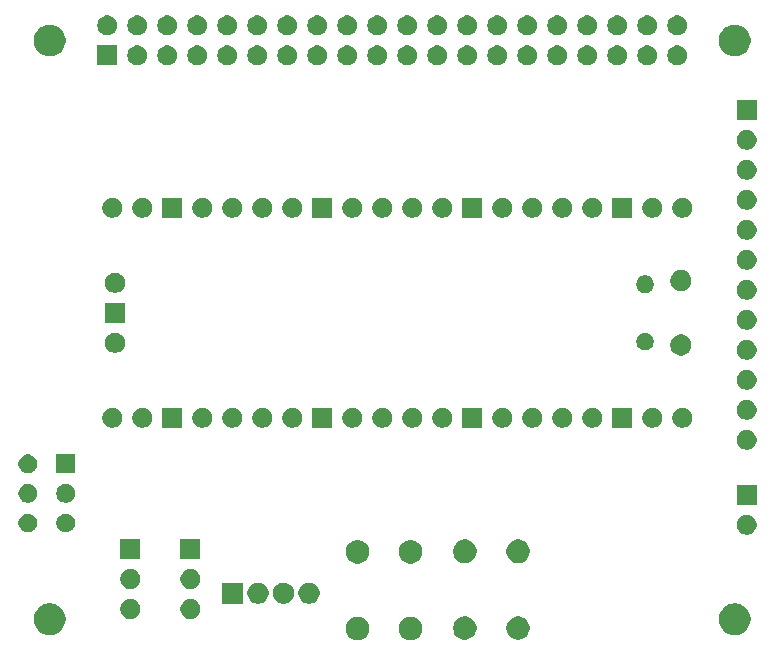
<source format=gbr>
G04 #@! TF.GenerationSoftware,KiCad,Pcbnew,9.0.1-1.fc42*
G04 #@! TF.CreationDate,2025-04-24T00:42:17-05:00*
G04 #@! TF.ProjectId,pico_driver,7069636f-5f64-4726-9976-65722e6b6963,rev?*
G04 #@! TF.SameCoordinates,Original*
G04 #@! TF.FileFunction,Soldermask,Bot*
G04 #@! TF.FilePolarity,Negative*
%FSLAX46Y46*%
G04 Gerber Fmt 4.6, Leading zero omitted, Abs format (unit mm)*
G04 Created by KiCad (PCBNEW 9.0.1-1.fc42) date 2025-04-24 00:42:17*
%MOMM*%
%LPD*%
G01*
G04 APERTURE LIST*
G04 APERTURE END LIST*
G36*
X129840285Y-96343060D02*
G01*
X130021397Y-96418079D01*
X130184393Y-96526990D01*
X130323010Y-96665607D01*
X130431921Y-96828603D01*
X130506940Y-97009715D01*
X130545185Y-97201983D01*
X130545185Y-97398017D01*
X130506940Y-97590285D01*
X130431921Y-97771397D01*
X130323010Y-97934393D01*
X130184393Y-98073010D01*
X130021397Y-98181921D01*
X129840285Y-98256940D01*
X129648017Y-98295185D01*
X129451983Y-98295185D01*
X129259715Y-98256940D01*
X129078603Y-98181921D01*
X128915607Y-98073010D01*
X128776990Y-97934393D01*
X128668079Y-97771397D01*
X128593060Y-97590285D01*
X128554815Y-97398017D01*
X128554815Y-97201983D01*
X128593060Y-97009715D01*
X128668079Y-96828603D01*
X128776990Y-96665607D01*
X128915607Y-96526990D01*
X129078603Y-96418079D01*
X129259715Y-96343060D01*
X129451983Y-96304815D01*
X129648017Y-96304815D01*
X129840285Y-96343060D01*
G37*
G36*
X134340285Y-96343060D02*
G01*
X134521397Y-96418079D01*
X134684393Y-96526990D01*
X134823010Y-96665607D01*
X134931921Y-96828603D01*
X135006940Y-97009715D01*
X135045185Y-97201983D01*
X135045185Y-97398017D01*
X135006940Y-97590285D01*
X134931921Y-97771397D01*
X134823010Y-97934393D01*
X134684393Y-98073010D01*
X134521397Y-98181921D01*
X134340285Y-98256940D01*
X134148017Y-98295185D01*
X133951983Y-98295185D01*
X133759715Y-98256940D01*
X133578603Y-98181921D01*
X133415607Y-98073010D01*
X133276990Y-97934393D01*
X133168079Y-97771397D01*
X133093060Y-97590285D01*
X133054815Y-97398017D01*
X133054815Y-97201983D01*
X133093060Y-97009715D01*
X133168079Y-96828603D01*
X133276990Y-96665607D01*
X133415607Y-96526990D01*
X133578603Y-96418079D01*
X133759715Y-96343060D01*
X133951983Y-96304815D01*
X134148017Y-96304815D01*
X134340285Y-96343060D01*
G37*
G36*
X138940285Y-96293060D02*
G01*
X139121397Y-96368079D01*
X139284393Y-96476990D01*
X139423010Y-96615607D01*
X139531921Y-96778603D01*
X139606940Y-96959715D01*
X139645185Y-97151983D01*
X139645185Y-97348017D01*
X139606940Y-97540285D01*
X139531921Y-97721397D01*
X139423010Y-97884393D01*
X139284393Y-98023010D01*
X139121397Y-98131921D01*
X138940285Y-98206940D01*
X138748017Y-98245185D01*
X138551983Y-98245185D01*
X138359715Y-98206940D01*
X138178603Y-98131921D01*
X138015607Y-98023010D01*
X137876990Y-97884393D01*
X137768079Y-97721397D01*
X137693060Y-97540285D01*
X137654815Y-97348017D01*
X137654815Y-97151983D01*
X137693060Y-96959715D01*
X137768079Y-96778603D01*
X137876990Y-96615607D01*
X138015607Y-96476990D01*
X138178603Y-96368079D01*
X138359715Y-96293060D01*
X138551983Y-96254815D01*
X138748017Y-96254815D01*
X138940285Y-96293060D01*
G37*
G36*
X143440285Y-96293060D02*
G01*
X143621397Y-96368079D01*
X143784393Y-96476990D01*
X143923010Y-96615607D01*
X144031921Y-96778603D01*
X144106940Y-96959715D01*
X144145185Y-97151983D01*
X144145185Y-97348017D01*
X144106940Y-97540285D01*
X144031921Y-97721397D01*
X143923010Y-97884393D01*
X143784393Y-98023010D01*
X143621397Y-98131921D01*
X143440285Y-98206940D01*
X143248017Y-98245185D01*
X143051983Y-98245185D01*
X142859715Y-98206940D01*
X142678603Y-98131921D01*
X142515607Y-98023010D01*
X142376990Y-97884393D01*
X142268079Y-97721397D01*
X142193060Y-97540285D01*
X142154815Y-97348017D01*
X142154815Y-97151983D01*
X142193060Y-96959715D01*
X142268079Y-96778603D01*
X142376990Y-96615607D01*
X142515607Y-96476990D01*
X142678603Y-96368079D01*
X142859715Y-96293060D01*
X143051983Y-96254815D01*
X143248017Y-96254815D01*
X143440285Y-96293060D01*
G37*
G36*
X103815151Y-95187301D02*
G01*
X104016623Y-95252763D01*
X104205373Y-95348936D01*
X104376755Y-95473452D01*
X104526548Y-95623245D01*
X104651064Y-95794627D01*
X104747237Y-95983377D01*
X104812699Y-96184849D01*
X104845838Y-96394080D01*
X104845838Y-96605920D01*
X104812699Y-96815151D01*
X104747237Y-97016623D01*
X104651064Y-97205373D01*
X104526548Y-97376755D01*
X104376755Y-97526548D01*
X104205373Y-97651064D01*
X104016623Y-97747237D01*
X103815151Y-97812699D01*
X103605920Y-97845838D01*
X103394080Y-97845838D01*
X103184849Y-97812699D01*
X102983377Y-97747237D01*
X102794627Y-97651064D01*
X102623245Y-97526548D01*
X102473452Y-97376755D01*
X102348936Y-97205373D01*
X102252763Y-97016623D01*
X102187301Y-96815151D01*
X102154162Y-96605920D01*
X102154162Y-96394080D01*
X102187301Y-96184849D01*
X102252763Y-95983377D01*
X102348936Y-95794627D01*
X102473452Y-95623245D01*
X102623245Y-95473452D01*
X102794627Y-95348936D01*
X102983377Y-95252763D01*
X103184849Y-95187301D01*
X103394080Y-95154162D01*
X103605920Y-95154162D01*
X103815151Y-95187301D01*
G37*
G36*
X161815151Y-95187301D02*
G01*
X162016623Y-95252763D01*
X162205373Y-95348936D01*
X162376755Y-95473452D01*
X162526548Y-95623245D01*
X162651064Y-95794627D01*
X162747237Y-95983377D01*
X162812699Y-96184849D01*
X162845838Y-96394080D01*
X162845838Y-96605920D01*
X162812699Y-96815151D01*
X162747237Y-97016623D01*
X162651064Y-97205373D01*
X162526548Y-97376755D01*
X162376755Y-97526548D01*
X162205373Y-97651064D01*
X162016623Y-97747237D01*
X161815151Y-97812699D01*
X161605920Y-97845838D01*
X161394080Y-97845838D01*
X161184849Y-97812699D01*
X160983377Y-97747237D01*
X160794627Y-97651064D01*
X160623245Y-97526548D01*
X160473452Y-97376755D01*
X160348936Y-97205373D01*
X160252763Y-97016623D01*
X160187301Y-96815151D01*
X160154162Y-96605920D01*
X160154162Y-96394080D01*
X160187301Y-96184849D01*
X160252763Y-95983377D01*
X160348936Y-95794627D01*
X160473452Y-95623245D01*
X160623245Y-95473452D01*
X160794627Y-95348936D01*
X160983377Y-95252763D01*
X161184849Y-95187301D01*
X161394080Y-95154162D01*
X161605920Y-95154162D01*
X161815151Y-95187301D01*
G37*
G36*
X110566742Y-94826601D02*
G01*
X110720687Y-94890367D01*
X110859234Y-94982941D01*
X110977059Y-95100766D01*
X111069633Y-95239313D01*
X111133399Y-95393258D01*
X111165907Y-95556685D01*
X111165907Y-95723315D01*
X111133399Y-95886742D01*
X111069633Y-96040687D01*
X110977059Y-96179234D01*
X110859234Y-96297059D01*
X110720687Y-96389633D01*
X110566742Y-96453399D01*
X110403315Y-96485907D01*
X110236685Y-96485907D01*
X110073258Y-96453399D01*
X109919313Y-96389633D01*
X109780766Y-96297059D01*
X109662941Y-96179234D01*
X109570367Y-96040687D01*
X109506601Y-95886742D01*
X109474093Y-95723315D01*
X109474093Y-95556685D01*
X109506601Y-95393258D01*
X109570367Y-95239313D01*
X109662941Y-95100766D01*
X109780766Y-94982941D01*
X109919313Y-94890367D01*
X110073258Y-94826601D01*
X110236685Y-94794093D01*
X110403315Y-94794093D01*
X110566742Y-94826601D01*
G37*
G36*
X115656742Y-94826601D02*
G01*
X115810687Y-94890367D01*
X115949234Y-94982941D01*
X116067059Y-95100766D01*
X116159633Y-95239313D01*
X116223399Y-95393258D01*
X116255907Y-95556685D01*
X116255907Y-95723315D01*
X116223399Y-95886742D01*
X116159633Y-96040687D01*
X116067059Y-96179234D01*
X115949234Y-96297059D01*
X115810687Y-96389633D01*
X115656742Y-96453399D01*
X115493315Y-96485907D01*
X115326685Y-96485907D01*
X115163258Y-96453399D01*
X115009313Y-96389633D01*
X114870766Y-96297059D01*
X114752941Y-96179234D01*
X114660367Y-96040687D01*
X114596601Y-95886742D01*
X114564093Y-95723315D01*
X114564093Y-95556685D01*
X114596601Y-95393258D01*
X114660367Y-95239313D01*
X114752941Y-95100766D01*
X114870766Y-94982941D01*
X115009313Y-94890367D01*
X115163258Y-94826601D01*
X115326685Y-94794093D01*
X115493315Y-94794093D01*
X115656742Y-94826601D01*
G37*
G36*
X119873000Y-95200000D02*
G01*
X118073000Y-95200000D01*
X118073000Y-93400000D01*
X119873000Y-93400000D01*
X119873000Y-95200000D01*
G37*
G36*
X121393256Y-93438754D02*
G01*
X121556257Y-93506271D01*
X121702954Y-93604291D01*
X121827709Y-93729046D01*
X121925729Y-93875743D01*
X121993246Y-94038744D01*
X122027666Y-94211785D01*
X122027666Y-94388215D01*
X121993246Y-94561256D01*
X121925729Y-94724257D01*
X121827709Y-94870954D01*
X121702954Y-94995709D01*
X121556257Y-95093729D01*
X121393256Y-95161246D01*
X121220215Y-95195666D01*
X121043785Y-95195666D01*
X120870744Y-95161246D01*
X120707743Y-95093729D01*
X120561046Y-94995709D01*
X120436291Y-94870954D01*
X120338271Y-94724257D01*
X120270754Y-94561256D01*
X120236334Y-94388215D01*
X120236334Y-94211785D01*
X120270754Y-94038744D01*
X120338271Y-93875743D01*
X120436291Y-93729046D01*
X120561046Y-93604291D01*
X120707743Y-93506271D01*
X120870744Y-93438754D01*
X121043785Y-93404334D01*
X121220215Y-93404334D01*
X121393256Y-93438754D01*
G37*
G36*
X123552256Y-93438754D02*
G01*
X123715257Y-93506271D01*
X123861954Y-93604291D01*
X123986709Y-93729046D01*
X124084729Y-93875743D01*
X124152246Y-94038744D01*
X124186666Y-94211785D01*
X124186666Y-94388215D01*
X124152246Y-94561256D01*
X124084729Y-94724257D01*
X123986709Y-94870954D01*
X123861954Y-94995709D01*
X123715257Y-95093729D01*
X123552256Y-95161246D01*
X123379215Y-95195666D01*
X123202785Y-95195666D01*
X123029744Y-95161246D01*
X122866743Y-95093729D01*
X122720046Y-94995709D01*
X122595291Y-94870954D01*
X122497271Y-94724257D01*
X122429754Y-94561256D01*
X122395334Y-94388215D01*
X122395334Y-94211785D01*
X122429754Y-94038744D01*
X122497271Y-93875743D01*
X122595291Y-93729046D01*
X122720046Y-93604291D01*
X122866743Y-93506271D01*
X123029744Y-93438754D01*
X123202785Y-93404334D01*
X123379215Y-93404334D01*
X123552256Y-93438754D01*
G37*
G36*
X125711256Y-93438754D02*
G01*
X125874257Y-93506271D01*
X126020954Y-93604291D01*
X126145709Y-93729046D01*
X126243729Y-93875743D01*
X126311246Y-94038744D01*
X126345666Y-94211785D01*
X126345666Y-94388215D01*
X126311246Y-94561256D01*
X126243729Y-94724257D01*
X126145709Y-94870954D01*
X126020954Y-94995709D01*
X125874257Y-95093729D01*
X125711256Y-95161246D01*
X125538215Y-95195666D01*
X125361785Y-95195666D01*
X125188744Y-95161246D01*
X125025743Y-95093729D01*
X124879046Y-94995709D01*
X124754291Y-94870954D01*
X124656271Y-94724257D01*
X124588754Y-94561256D01*
X124554334Y-94388215D01*
X124554334Y-94211785D01*
X124588754Y-94038744D01*
X124656271Y-93875743D01*
X124754291Y-93729046D01*
X124879046Y-93604291D01*
X125025743Y-93506271D01*
X125188744Y-93438754D01*
X125361785Y-93404334D01*
X125538215Y-93404334D01*
X125711256Y-93438754D01*
G37*
G36*
X110566742Y-92286601D02*
G01*
X110720687Y-92350367D01*
X110859234Y-92442941D01*
X110977059Y-92560766D01*
X111069633Y-92699313D01*
X111133399Y-92853258D01*
X111165907Y-93016685D01*
X111165907Y-93183315D01*
X111133399Y-93346742D01*
X111069633Y-93500687D01*
X110977059Y-93639234D01*
X110859234Y-93757059D01*
X110720687Y-93849633D01*
X110566742Y-93913399D01*
X110403315Y-93945907D01*
X110236685Y-93945907D01*
X110073258Y-93913399D01*
X109919313Y-93849633D01*
X109780766Y-93757059D01*
X109662941Y-93639234D01*
X109570367Y-93500687D01*
X109506601Y-93346742D01*
X109474093Y-93183315D01*
X109474093Y-93016685D01*
X109506601Y-92853258D01*
X109570367Y-92699313D01*
X109662941Y-92560766D01*
X109780766Y-92442941D01*
X109919313Y-92350367D01*
X110073258Y-92286601D01*
X110236685Y-92254093D01*
X110403315Y-92254093D01*
X110566742Y-92286601D01*
G37*
G36*
X115656742Y-92286601D02*
G01*
X115810687Y-92350367D01*
X115949234Y-92442941D01*
X116067059Y-92560766D01*
X116159633Y-92699313D01*
X116223399Y-92853258D01*
X116255907Y-93016685D01*
X116255907Y-93183315D01*
X116223399Y-93346742D01*
X116159633Y-93500687D01*
X116067059Y-93639234D01*
X115949234Y-93757059D01*
X115810687Y-93849633D01*
X115656742Y-93913399D01*
X115493315Y-93945907D01*
X115326685Y-93945907D01*
X115163258Y-93913399D01*
X115009313Y-93849633D01*
X114870766Y-93757059D01*
X114752941Y-93639234D01*
X114660367Y-93500687D01*
X114596601Y-93346742D01*
X114564093Y-93183315D01*
X114564093Y-93016685D01*
X114596601Y-92853258D01*
X114660367Y-92699313D01*
X114752941Y-92560766D01*
X114870766Y-92442941D01*
X115009313Y-92350367D01*
X115163258Y-92286601D01*
X115326685Y-92254093D01*
X115493315Y-92254093D01*
X115656742Y-92286601D01*
G37*
G36*
X129840285Y-89843060D02*
G01*
X130021397Y-89918079D01*
X130184393Y-90026990D01*
X130323010Y-90165607D01*
X130431921Y-90328603D01*
X130506940Y-90509715D01*
X130545185Y-90701983D01*
X130545185Y-90898017D01*
X130506940Y-91090285D01*
X130431921Y-91271397D01*
X130323010Y-91434393D01*
X130184393Y-91573010D01*
X130021397Y-91681921D01*
X129840285Y-91756940D01*
X129648017Y-91795185D01*
X129451983Y-91795185D01*
X129259715Y-91756940D01*
X129078603Y-91681921D01*
X128915607Y-91573010D01*
X128776990Y-91434393D01*
X128668079Y-91271397D01*
X128593060Y-91090285D01*
X128554815Y-90898017D01*
X128554815Y-90701983D01*
X128593060Y-90509715D01*
X128668079Y-90328603D01*
X128776990Y-90165607D01*
X128915607Y-90026990D01*
X129078603Y-89918079D01*
X129259715Y-89843060D01*
X129451983Y-89804815D01*
X129648017Y-89804815D01*
X129840285Y-89843060D01*
G37*
G36*
X134340285Y-89843060D02*
G01*
X134521397Y-89918079D01*
X134684393Y-90026990D01*
X134823010Y-90165607D01*
X134931921Y-90328603D01*
X135006940Y-90509715D01*
X135045185Y-90701983D01*
X135045185Y-90898017D01*
X135006940Y-91090285D01*
X134931921Y-91271397D01*
X134823010Y-91434393D01*
X134684393Y-91573010D01*
X134521397Y-91681921D01*
X134340285Y-91756940D01*
X134148017Y-91795185D01*
X133951983Y-91795185D01*
X133759715Y-91756940D01*
X133578603Y-91681921D01*
X133415607Y-91573010D01*
X133276990Y-91434393D01*
X133168079Y-91271397D01*
X133093060Y-91090285D01*
X133054815Y-90898017D01*
X133054815Y-90701983D01*
X133093060Y-90509715D01*
X133168079Y-90328603D01*
X133276990Y-90165607D01*
X133415607Y-90026990D01*
X133578603Y-89918079D01*
X133759715Y-89843060D01*
X133951983Y-89804815D01*
X134148017Y-89804815D01*
X134340285Y-89843060D01*
G37*
G36*
X138940285Y-89793060D02*
G01*
X139121397Y-89868079D01*
X139284393Y-89976990D01*
X139423010Y-90115607D01*
X139531921Y-90278603D01*
X139606940Y-90459715D01*
X139645185Y-90651983D01*
X139645185Y-90848017D01*
X139606940Y-91040285D01*
X139531921Y-91221397D01*
X139423010Y-91384393D01*
X139284393Y-91523010D01*
X139121397Y-91631921D01*
X138940285Y-91706940D01*
X138748017Y-91745185D01*
X138551983Y-91745185D01*
X138359715Y-91706940D01*
X138178603Y-91631921D01*
X138015607Y-91523010D01*
X137876990Y-91384393D01*
X137768079Y-91221397D01*
X137693060Y-91040285D01*
X137654815Y-90848017D01*
X137654815Y-90651983D01*
X137693060Y-90459715D01*
X137768079Y-90278603D01*
X137876990Y-90115607D01*
X138015607Y-89976990D01*
X138178603Y-89868079D01*
X138359715Y-89793060D01*
X138551983Y-89754815D01*
X138748017Y-89754815D01*
X138940285Y-89793060D01*
G37*
G36*
X143440285Y-89793060D02*
G01*
X143621397Y-89868079D01*
X143784393Y-89976990D01*
X143923010Y-90115607D01*
X144031921Y-90278603D01*
X144106940Y-90459715D01*
X144145185Y-90651983D01*
X144145185Y-90848017D01*
X144106940Y-91040285D01*
X144031921Y-91221397D01*
X143923010Y-91384393D01*
X143784393Y-91523010D01*
X143621397Y-91631921D01*
X143440285Y-91706940D01*
X143248017Y-91745185D01*
X143051983Y-91745185D01*
X142859715Y-91706940D01*
X142678603Y-91631921D01*
X142515607Y-91523010D01*
X142376990Y-91384393D01*
X142268079Y-91221397D01*
X142193060Y-91040285D01*
X142154815Y-90848017D01*
X142154815Y-90651983D01*
X142193060Y-90459715D01*
X142268079Y-90278603D01*
X142376990Y-90115607D01*
X142515607Y-89976990D01*
X142678603Y-89868079D01*
X142859715Y-89793060D01*
X143051983Y-89754815D01*
X143248017Y-89754815D01*
X143440285Y-89793060D01*
G37*
G36*
X111170000Y-91410000D02*
G01*
X109470000Y-91410000D01*
X109470000Y-89710000D01*
X111170000Y-89710000D01*
X111170000Y-91410000D01*
G37*
G36*
X116260000Y-91410000D02*
G01*
X114560000Y-91410000D01*
X114560000Y-89710000D01*
X116260000Y-89710000D01*
X116260000Y-91410000D01*
G37*
G36*
X162746742Y-87686601D02*
G01*
X162900687Y-87750367D01*
X163039234Y-87842941D01*
X163157059Y-87960766D01*
X163249633Y-88099313D01*
X163313399Y-88253258D01*
X163345907Y-88416685D01*
X163345907Y-88583315D01*
X163313399Y-88746742D01*
X163249633Y-88900687D01*
X163157059Y-89039234D01*
X163039234Y-89157059D01*
X162900687Y-89249633D01*
X162746742Y-89313399D01*
X162583315Y-89345907D01*
X162416685Y-89345907D01*
X162253258Y-89313399D01*
X162099313Y-89249633D01*
X161960766Y-89157059D01*
X161842941Y-89039234D01*
X161750367Y-88900687D01*
X161686601Y-88746742D01*
X161654093Y-88583315D01*
X161654093Y-88416685D01*
X161686601Y-88253258D01*
X161750367Y-88099313D01*
X161842941Y-87960766D01*
X161960766Y-87842941D01*
X162099313Y-87750367D01*
X162253258Y-87686601D01*
X162416685Y-87654093D01*
X162583315Y-87654093D01*
X162746742Y-87686601D01*
G37*
G36*
X101882228Y-87584448D02*
G01*
X102027117Y-87644463D01*
X102157515Y-87731592D01*
X102268408Y-87842485D01*
X102355537Y-87972883D01*
X102415552Y-88117772D01*
X102446148Y-88271586D01*
X102446148Y-88428414D01*
X102415552Y-88582228D01*
X102355537Y-88727117D01*
X102268408Y-88857515D01*
X102157515Y-88968408D01*
X102027117Y-89055537D01*
X101882228Y-89115552D01*
X101728414Y-89146148D01*
X101571586Y-89146148D01*
X101417772Y-89115552D01*
X101272883Y-89055537D01*
X101142485Y-88968408D01*
X101031592Y-88857515D01*
X100944463Y-88727117D01*
X100884448Y-88582228D01*
X100853852Y-88428414D01*
X100853852Y-88271586D01*
X100884448Y-88117772D01*
X100944463Y-87972883D01*
X101031592Y-87842485D01*
X101142485Y-87731592D01*
X101272883Y-87644463D01*
X101417772Y-87584448D01*
X101571586Y-87553852D01*
X101728414Y-87553852D01*
X101882228Y-87584448D01*
G37*
G36*
X105082228Y-87584448D02*
G01*
X105227117Y-87644463D01*
X105357515Y-87731592D01*
X105468408Y-87842485D01*
X105555537Y-87972883D01*
X105615552Y-88117772D01*
X105646148Y-88271586D01*
X105646148Y-88428414D01*
X105615552Y-88582228D01*
X105555537Y-88727117D01*
X105468408Y-88857515D01*
X105357515Y-88968408D01*
X105227117Y-89055537D01*
X105082228Y-89115552D01*
X104928414Y-89146148D01*
X104771586Y-89146148D01*
X104617772Y-89115552D01*
X104472883Y-89055537D01*
X104342485Y-88968408D01*
X104231592Y-88857515D01*
X104144463Y-88727117D01*
X104084448Y-88582228D01*
X104053852Y-88428414D01*
X104053852Y-88271586D01*
X104084448Y-88117772D01*
X104144463Y-87972883D01*
X104231592Y-87842485D01*
X104342485Y-87731592D01*
X104472883Y-87644463D01*
X104617772Y-87584448D01*
X104771586Y-87553852D01*
X104928414Y-87553852D01*
X105082228Y-87584448D01*
G37*
G36*
X163350000Y-86810000D02*
G01*
X161650000Y-86810000D01*
X161650000Y-85110000D01*
X163350000Y-85110000D01*
X163350000Y-86810000D01*
G37*
G36*
X101882228Y-85084448D02*
G01*
X102027117Y-85144463D01*
X102157515Y-85231592D01*
X102268408Y-85342485D01*
X102355537Y-85472883D01*
X102415552Y-85617772D01*
X102446148Y-85771586D01*
X102446148Y-85928414D01*
X102415552Y-86082228D01*
X102355537Y-86227117D01*
X102268408Y-86357515D01*
X102157515Y-86468408D01*
X102027117Y-86555537D01*
X101882228Y-86615552D01*
X101728414Y-86646148D01*
X101571586Y-86646148D01*
X101417772Y-86615552D01*
X101272883Y-86555537D01*
X101142485Y-86468408D01*
X101031592Y-86357515D01*
X100944463Y-86227117D01*
X100884448Y-86082228D01*
X100853852Y-85928414D01*
X100853852Y-85771586D01*
X100884448Y-85617772D01*
X100944463Y-85472883D01*
X101031592Y-85342485D01*
X101142485Y-85231592D01*
X101272883Y-85144463D01*
X101417772Y-85084448D01*
X101571586Y-85053852D01*
X101728414Y-85053852D01*
X101882228Y-85084448D01*
G37*
G36*
X105082228Y-85084448D02*
G01*
X105227117Y-85144463D01*
X105357515Y-85231592D01*
X105468408Y-85342485D01*
X105555537Y-85472883D01*
X105615552Y-85617772D01*
X105646148Y-85771586D01*
X105646148Y-85928414D01*
X105615552Y-86082228D01*
X105555537Y-86227117D01*
X105468408Y-86357515D01*
X105357515Y-86468408D01*
X105227117Y-86555537D01*
X105082228Y-86615552D01*
X104928414Y-86646148D01*
X104771586Y-86646148D01*
X104617772Y-86615552D01*
X104472883Y-86555537D01*
X104342485Y-86468408D01*
X104231592Y-86357515D01*
X104144463Y-86227117D01*
X104084448Y-86082228D01*
X104053852Y-85928414D01*
X104053852Y-85771586D01*
X104084448Y-85617772D01*
X104144463Y-85472883D01*
X104231592Y-85342485D01*
X104342485Y-85231592D01*
X104472883Y-85144463D01*
X104617772Y-85084448D01*
X104771586Y-85053852D01*
X104928414Y-85053852D01*
X105082228Y-85084448D01*
G37*
G36*
X105650000Y-84150000D02*
G01*
X104050000Y-84150000D01*
X104050000Y-82550000D01*
X105650000Y-82550000D01*
X105650000Y-84150000D01*
G37*
G36*
X101882228Y-82584448D02*
G01*
X102027117Y-82644463D01*
X102157515Y-82731592D01*
X102268408Y-82842485D01*
X102355537Y-82972883D01*
X102415552Y-83117772D01*
X102446148Y-83271586D01*
X102446148Y-83428414D01*
X102415552Y-83582228D01*
X102355537Y-83727117D01*
X102268408Y-83857515D01*
X102157515Y-83968408D01*
X102027117Y-84055537D01*
X101882228Y-84115552D01*
X101728414Y-84146148D01*
X101571586Y-84146148D01*
X101417772Y-84115552D01*
X101272883Y-84055537D01*
X101142485Y-83968408D01*
X101031592Y-83857515D01*
X100944463Y-83727117D01*
X100884448Y-83582228D01*
X100853852Y-83428414D01*
X100853852Y-83271586D01*
X100884448Y-83117772D01*
X100944463Y-82972883D01*
X101031592Y-82842485D01*
X101142485Y-82731592D01*
X101272883Y-82644463D01*
X101417772Y-82584448D01*
X101571586Y-82553852D01*
X101728414Y-82553852D01*
X101882228Y-82584448D01*
G37*
G36*
X162746742Y-80506601D02*
G01*
X162900687Y-80570367D01*
X163039234Y-80662941D01*
X163157059Y-80780766D01*
X163249633Y-80919313D01*
X163313399Y-81073258D01*
X163345907Y-81236685D01*
X163345907Y-81403315D01*
X163313399Y-81566742D01*
X163249633Y-81720687D01*
X163157059Y-81859234D01*
X163039234Y-81977059D01*
X162900687Y-82069633D01*
X162746742Y-82133399D01*
X162583315Y-82165907D01*
X162416685Y-82165907D01*
X162253258Y-82133399D01*
X162099313Y-82069633D01*
X161960766Y-81977059D01*
X161842941Y-81859234D01*
X161750367Y-81720687D01*
X161686601Y-81566742D01*
X161654093Y-81403315D01*
X161654093Y-81236685D01*
X161686601Y-81073258D01*
X161750367Y-80919313D01*
X161842941Y-80780766D01*
X161960766Y-80662941D01*
X162099313Y-80570367D01*
X162253258Y-80506601D01*
X162416685Y-80474093D01*
X162583315Y-80474093D01*
X162746742Y-80506601D01*
G37*
G36*
X114730000Y-80300000D02*
G01*
X113030000Y-80300000D01*
X113030000Y-78600000D01*
X114730000Y-78600000D01*
X114730000Y-80300000D01*
G37*
G36*
X127430000Y-80300000D02*
G01*
X125730000Y-80300000D01*
X125730000Y-78600000D01*
X127430000Y-78600000D01*
X127430000Y-80300000D01*
G37*
G36*
X140130000Y-80300000D02*
G01*
X138430000Y-80300000D01*
X138430000Y-78600000D01*
X140130000Y-78600000D01*
X140130000Y-80300000D01*
G37*
G36*
X152830000Y-80300000D02*
G01*
X151130000Y-80300000D01*
X151130000Y-78600000D01*
X152830000Y-78600000D01*
X152830000Y-80300000D01*
G37*
G36*
X109046742Y-78636601D02*
G01*
X109200687Y-78700367D01*
X109339234Y-78792941D01*
X109457059Y-78910766D01*
X109549633Y-79049313D01*
X109613399Y-79203258D01*
X109645907Y-79366685D01*
X109645907Y-79533315D01*
X109613399Y-79696742D01*
X109549633Y-79850687D01*
X109457059Y-79989234D01*
X109339234Y-80107059D01*
X109200687Y-80199633D01*
X109046742Y-80263399D01*
X108883315Y-80295907D01*
X108716685Y-80295907D01*
X108553258Y-80263399D01*
X108399313Y-80199633D01*
X108260766Y-80107059D01*
X108142941Y-79989234D01*
X108050367Y-79850687D01*
X107986601Y-79696742D01*
X107954093Y-79533315D01*
X107954093Y-79366685D01*
X107986601Y-79203258D01*
X108050367Y-79049313D01*
X108142941Y-78910766D01*
X108260766Y-78792941D01*
X108399313Y-78700367D01*
X108553258Y-78636601D01*
X108716685Y-78604093D01*
X108883315Y-78604093D01*
X109046742Y-78636601D01*
G37*
G36*
X111586742Y-78636601D02*
G01*
X111740687Y-78700367D01*
X111879234Y-78792941D01*
X111997059Y-78910766D01*
X112089633Y-79049313D01*
X112153399Y-79203258D01*
X112185907Y-79366685D01*
X112185907Y-79533315D01*
X112153399Y-79696742D01*
X112089633Y-79850687D01*
X111997059Y-79989234D01*
X111879234Y-80107059D01*
X111740687Y-80199633D01*
X111586742Y-80263399D01*
X111423315Y-80295907D01*
X111256685Y-80295907D01*
X111093258Y-80263399D01*
X110939313Y-80199633D01*
X110800766Y-80107059D01*
X110682941Y-79989234D01*
X110590367Y-79850687D01*
X110526601Y-79696742D01*
X110494093Y-79533315D01*
X110494093Y-79366685D01*
X110526601Y-79203258D01*
X110590367Y-79049313D01*
X110682941Y-78910766D01*
X110800766Y-78792941D01*
X110939313Y-78700367D01*
X111093258Y-78636601D01*
X111256685Y-78604093D01*
X111423315Y-78604093D01*
X111586742Y-78636601D01*
G37*
G36*
X116666742Y-78636601D02*
G01*
X116820687Y-78700367D01*
X116959234Y-78792941D01*
X117077059Y-78910766D01*
X117169633Y-79049313D01*
X117233399Y-79203258D01*
X117265907Y-79366685D01*
X117265907Y-79533315D01*
X117233399Y-79696742D01*
X117169633Y-79850687D01*
X117077059Y-79989234D01*
X116959234Y-80107059D01*
X116820687Y-80199633D01*
X116666742Y-80263399D01*
X116503315Y-80295907D01*
X116336685Y-80295907D01*
X116173258Y-80263399D01*
X116019313Y-80199633D01*
X115880766Y-80107059D01*
X115762941Y-79989234D01*
X115670367Y-79850687D01*
X115606601Y-79696742D01*
X115574093Y-79533315D01*
X115574093Y-79366685D01*
X115606601Y-79203258D01*
X115670367Y-79049313D01*
X115762941Y-78910766D01*
X115880766Y-78792941D01*
X116019313Y-78700367D01*
X116173258Y-78636601D01*
X116336685Y-78604093D01*
X116503315Y-78604093D01*
X116666742Y-78636601D01*
G37*
G36*
X119206742Y-78636601D02*
G01*
X119360687Y-78700367D01*
X119499234Y-78792941D01*
X119617059Y-78910766D01*
X119709633Y-79049313D01*
X119773399Y-79203258D01*
X119805907Y-79366685D01*
X119805907Y-79533315D01*
X119773399Y-79696742D01*
X119709633Y-79850687D01*
X119617059Y-79989234D01*
X119499234Y-80107059D01*
X119360687Y-80199633D01*
X119206742Y-80263399D01*
X119043315Y-80295907D01*
X118876685Y-80295907D01*
X118713258Y-80263399D01*
X118559313Y-80199633D01*
X118420766Y-80107059D01*
X118302941Y-79989234D01*
X118210367Y-79850687D01*
X118146601Y-79696742D01*
X118114093Y-79533315D01*
X118114093Y-79366685D01*
X118146601Y-79203258D01*
X118210367Y-79049313D01*
X118302941Y-78910766D01*
X118420766Y-78792941D01*
X118559313Y-78700367D01*
X118713258Y-78636601D01*
X118876685Y-78604093D01*
X119043315Y-78604093D01*
X119206742Y-78636601D01*
G37*
G36*
X121746742Y-78636601D02*
G01*
X121900687Y-78700367D01*
X122039234Y-78792941D01*
X122157059Y-78910766D01*
X122249633Y-79049313D01*
X122313399Y-79203258D01*
X122345907Y-79366685D01*
X122345907Y-79533315D01*
X122313399Y-79696742D01*
X122249633Y-79850687D01*
X122157059Y-79989234D01*
X122039234Y-80107059D01*
X121900687Y-80199633D01*
X121746742Y-80263399D01*
X121583315Y-80295907D01*
X121416685Y-80295907D01*
X121253258Y-80263399D01*
X121099313Y-80199633D01*
X120960766Y-80107059D01*
X120842941Y-79989234D01*
X120750367Y-79850687D01*
X120686601Y-79696742D01*
X120654093Y-79533315D01*
X120654093Y-79366685D01*
X120686601Y-79203258D01*
X120750367Y-79049313D01*
X120842941Y-78910766D01*
X120960766Y-78792941D01*
X121099313Y-78700367D01*
X121253258Y-78636601D01*
X121416685Y-78604093D01*
X121583315Y-78604093D01*
X121746742Y-78636601D01*
G37*
G36*
X124286742Y-78636601D02*
G01*
X124440687Y-78700367D01*
X124579234Y-78792941D01*
X124697059Y-78910766D01*
X124789633Y-79049313D01*
X124853399Y-79203258D01*
X124885907Y-79366685D01*
X124885907Y-79533315D01*
X124853399Y-79696742D01*
X124789633Y-79850687D01*
X124697059Y-79989234D01*
X124579234Y-80107059D01*
X124440687Y-80199633D01*
X124286742Y-80263399D01*
X124123315Y-80295907D01*
X123956685Y-80295907D01*
X123793258Y-80263399D01*
X123639313Y-80199633D01*
X123500766Y-80107059D01*
X123382941Y-79989234D01*
X123290367Y-79850687D01*
X123226601Y-79696742D01*
X123194093Y-79533315D01*
X123194093Y-79366685D01*
X123226601Y-79203258D01*
X123290367Y-79049313D01*
X123382941Y-78910766D01*
X123500766Y-78792941D01*
X123639313Y-78700367D01*
X123793258Y-78636601D01*
X123956685Y-78604093D01*
X124123315Y-78604093D01*
X124286742Y-78636601D01*
G37*
G36*
X129366742Y-78636601D02*
G01*
X129520687Y-78700367D01*
X129659234Y-78792941D01*
X129777059Y-78910766D01*
X129869633Y-79049313D01*
X129933399Y-79203258D01*
X129965907Y-79366685D01*
X129965907Y-79533315D01*
X129933399Y-79696742D01*
X129869633Y-79850687D01*
X129777059Y-79989234D01*
X129659234Y-80107059D01*
X129520687Y-80199633D01*
X129366742Y-80263399D01*
X129203315Y-80295907D01*
X129036685Y-80295907D01*
X128873258Y-80263399D01*
X128719313Y-80199633D01*
X128580766Y-80107059D01*
X128462941Y-79989234D01*
X128370367Y-79850687D01*
X128306601Y-79696742D01*
X128274093Y-79533315D01*
X128274093Y-79366685D01*
X128306601Y-79203258D01*
X128370367Y-79049313D01*
X128462941Y-78910766D01*
X128580766Y-78792941D01*
X128719313Y-78700367D01*
X128873258Y-78636601D01*
X129036685Y-78604093D01*
X129203315Y-78604093D01*
X129366742Y-78636601D01*
G37*
G36*
X131906742Y-78636601D02*
G01*
X132060687Y-78700367D01*
X132199234Y-78792941D01*
X132317059Y-78910766D01*
X132409633Y-79049313D01*
X132473399Y-79203258D01*
X132505907Y-79366685D01*
X132505907Y-79533315D01*
X132473399Y-79696742D01*
X132409633Y-79850687D01*
X132317059Y-79989234D01*
X132199234Y-80107059D01*
X132060687Y-80199633D01*
X131906742Y-80263399D01*
X131743315Y-80295907D01*
X131576685Y-80295907D01*
X131413258Y-80263399D01*
X131259313Y-80199633D01*
X131120766Y-80107059D01*
X131002941Y-79989234D01*
X130910367Y-79850687D01*
X130846601Y-79696742D01*
X130814093Y-79533315D01*
X130814093Y-79366685D01*
X130846601Y-79203258D01*
X130910367Y-79049313D01*
X131002941Y-78910766D01*
X131120766Y-78792941D01*
X131259313Y-78700367D01*
X131413258Y-78636601D01*
X131576685Y-78604093D01*
X131743315Y-78604093D01*
X131906742Y-78636601D01*
G37*
G36*
X134446742Y-78636601D02*
G01*
X134600687Y-78700367D01*
X134739234Y-78792941D01*
X134857059Y-78910766D01*
X134949633Y-79049313D01*
X135013399Y-79203258D01*
X135045907Y-79366685D01*
X135045907Y-79533315D01*
X135013399Y-79696742D01*
X134949633Y-79850687D01*
X134857059Y-79989234D01*
X134739234Y-80107059D01*
X134600687Y-80199633D01*
X134446742Y-80263399D01*
X134283315Y-80295907D01*
X134116685Y-80295907D01*
X133953258Y-80263399D01*
X133799313Y-80199633D01*
X133660766Y-80107059D01*
X133542941Y-79989234D01*
X133450367Y-79850687D01*
X133386601Y-79696742D01*
X133354093Y-79533315D01*
X133354093Y-79366685D01*
X133386601Y-79203258D01*
X133450367Y-79049313D01*
X133542941Y-78910766D01*
X133660766Y-78792941D01*
X133799313Y-78700367D01*
X133953258Y-78636601D01*
X134116685Y-78604093D01*
X134283315Y-78604093D01*
X134446742Y-78636601D01*
G37*
G36*
X136986742Y-78636601D02*
G01*
X137140687Y-78700367D01*
X137279234Y-78792941D01*
X137397059Y-78910766D01*
X137489633Y-79049313D01*
X137553399Y-79203258D01*
X137585907Y-79366685D01*
X137585907Y-79533315D01*
X137553399Y-79696742D01*
X137489633Y-79850687D01*
X137397059Y-79989234D01*
X137279234Y-80107059D01*
X137140687Y-80199633D01*
X136986742Y-80263399D01*
X136823315Y-80295907D01*
X136656685Y-80295907D01*
X136493258Y-80263399D01*
X136339313Y-80199633D01*
X136200766Y-80107059D01*
X136082941Y-79989234D01*
X135990367Y-79850687D01*
X135926601Y-79696742D01*
X135894093Y-79533315D01*
X135894093Y-79366685D01*
X135926601Y-79203258D01*
X135990367Y-79049313D01*
X136082941Y-78910766D01*
X136200766Y-78792941D01*
X136339313Y-78700367D01*
X136493258Y-78636601D01*
X136656685Y-78604093D01*
X136823315Y-78604093D01*
X136986742Y-78636601D01*
G37*
G36*
X142066742Y-78636601D02*
G01*
X142220687Y-78700367D01*
X142359234Y-78792941D01*
X142477059Y-78910766D01*
X142569633Y-79049313D01*
X142633399Y-79203258D01*
X142665907Y-79366685D01*
X142665907Y-79533315D01*
X142633399Y-79696742D01*
X142569633Y-79850687D01*
X142477059Y-79989234D01*
X142359234Y-80107059D01*
X142220687Y-80199633D01*
X142066742Y-80263399D01*
X141903315Y-80295907D01*
X141736685Y-80295907D01*
X141573258Y-80263399D01*
X141419313Y-80199633D01*
X141280766Y-80107059D01*
X141162941Y-79989234D01*
X141070367Y-79850687D01*
X141006601Y-79696742D01*
X140974093Y-79533315D01*
X140974093Y-79366685D01*
X141006601Y-79203258D01*
X141070367Y-79049313D01*
X141162941Y-78910766D01*
X141280766Y-78792941D01*
X141419313Y-78700367D01*
X141573258Y-78636601D01*
X141736685Y-78604093D01*
X141903315Y-78604093D01*
X142066742Y-78636601D01*
G37*
G36*
X144606742Y-78636601D02*
G01*
X144760687Y-78700367D01*
X144899234Y-78792941D01*
X145017059Y-78910766D01*
X145109633Y-79049313D01*
X145173399Y-79203258D01*
X145205907Y-79366685D01*
X145205907Y-79533315D01*
X145173399Y-79696742D01*
X145109633Y-79850687D01*
X145017059Y-79989234D01*
X144899234Y-80107059D01*
X144760687Y-80199633D01*
X144606742Y-80263399D01*
X144443315Y-80295907D01*
X144276685Y-80295907D01*
X144113258Y-80263399D01*
X143959313Y-80199633D01*
X143820766Y-80107059D01*
X143702941Y-79989234D01*
X143610367Y-79850687D01*
X143546601Y-79696742D01*
X143514093Y-79533315D01*
X143514093Y-79366685D01*
X143546601Y-79203258D01*
X143610367Y-79049313D01*
X143702941Y-78910766D01*
X143820766Y-78792941D01*
X143959313Y-78700367D01*
X144113258Y-78636601D01*
X144276685Y-78604093D01*
X144443315Y-78604093D01*
X144606742Y-78636601D01*
G37*
G36*
X147146742Y-78636601D02*
G01*
X147300687Y-78700367D01*
X147439234Y-78792941D01*
X147557059Y-78910766D01*
X147649633Y-79049313D01*
X147713399Y-79203258D01*
X147745907Y-79366685D01*
X147745907Y-79533315D01*
X147713399Y-79696742D01*
X147649633Y-79850687D01*
X147557059Y-79989234D01*
X147439234Y-80107059D01*
X147300687Y-80199633D01*
X147146742Y-80263399D01*
X146983315Y-80295907D01*
X146816685Y-80295907D01*
X146653258Y-80263399D01*
X146499313Y-80199633D01*
X146360766Y-80107059D01*
X146242941Y-79989234D01*
X146150367Y-79850687D01*
X146086601Y-79696742D01*
X146054093Y-79533315D01*
X146054093Y-79366685D01*
X146086601Y-79203258D01*
X146150367Y-79049313D01*
X146242941Y-78910766D01*
X146360766Y-78792941D01*
X146499313Y-78700367D01*
X146653258Y-78636601D01*
X146816685Y-78604093D01*
X146983315Y-78604093D01*
X147146742Y-78636601D01*
G37*
G36*
X149686742Y-78636601D02*
G01*
X149840687Y-78700367D01*
X149979234Y-78792941D01*
X150097059Y-78910766D01*
X150189633Y-79049313D01*
X150253399Y-79203258D01*
X150285907Y-79366685D01*
X150285907Y-79533315D01*
X150253399Y-79696742D01*
X150189633Y-79850687D01*
X150097059Y-79989234D01*
X149979234Y-80107059D01*
X149840687Y-80199633D01*
X149686742Y-80263399D01*
X149523315Y-80295907D01*
X149356685Y-80295907D01*
X149193258Y-80263399D01*
X149039313Y-80199633D01*
X148900766Y-80107059D01*
X148782941Y-79989234D01*
X148690367Y-79850687D01*
X148626601Y-79696742D01*
X148594093Y-79533315D01*
X148594093Y-79366685D01*
X148626601Y-79203258D01*
X148690367Y-79049313D01*
X148782941Y-78910766D01*
X148900766Y-78792941D01*
X149039313Y-78700367D01*
X149193258Y-78636601D01*
X149356685Y-78604093D01*
X149523315Y-78604093D01*
X149686742Y-78636601D01*
G37*
G36*
X154766742Y-78636601D02*
G01*
X154920687Y-78700367D01*
X155059234Y-78792941D01*
X155177059Y-78910766D01*
X155269633Y-79049313D01*
X155333399Y-79203258D01*
X155365907Y-79366685D01*
X155365907Y-79533315D01*
X155333399Y-79696742D01*
X155269633Y-79850687D01*
X155177059Y-79989234D01*
X155059234Y-80107059D01*
X154920687Y-80199633D01*
X154766742Y-80263399D01*
X154603315Y-80295907D01*
X154436685Y-80295907D01*
X154273258Y-80263399D01*
X154119313Y-80199633D01*
X153980766Y-80107059D01*
X153862941Y-79989234D01*
X153770367Y-79850687D01*
X153706601Y-79696742D01*
X153674093Y-79533315D01*
X153674093Y-79366685D01*
X153706601Y-79203258D01*
X153770367Y-79049313D01*
X153862941Y-78910766D01*
X153980766Y-78792941D01*
X154119313Y-78700367D01*
X154273258Y-78636601D01*
X154436685Y-78604093D01*
X154603315Y-78604093D01*
X154766742Y-78636601D01*
G37*
G36*
X157306742Y-78636601D02*
G01*
X157460687Y-78700367D01*
X157599234Y-78792941D01*
X157717059Y-78910766D01*
X157809633Y-79049313D01*
X157873399Y-79203258D01*
X157905907Y-79366685D01*
X157905907Y-79533315D01*
X157873399Y-79696742D01*
X157809633Y-79850687D01*
X157717059Y-79989234D01*
X157599234Y-80107059D01*
X157460687Y-80199633D01*
X157306742Y-80263399D01*
X157143315Y-80295907D01*
X156976685Y-80295907D01*
X156813258Y-80263399D01*
X156659313Y-80199633D01*
X156520766Y-80107059D01*
X156402941Y-79989234D01*
X156310367Y-79850687D01*
X156246601Y-79696742D01*
X156214093Y-79533315D01*
X156214093Y-79366685D01*
X156246601Y-79203258D01*
X156310367Y-79049313D01*
X156402941Y-78910766D01*
X156520766Y-78792941D01*
X156659313Y-78700367D01*
X156813258Y-78636601D01*
X156976685Y-78604093D01*
X157143315Y-78604093D01*
X157306742Y-78636601D01*
G37*
G36*
X162746742Y-77966601D02*
G01*
X162900687Y-78030367D01*
X163039234Y-78122941D01*
X163157059Y-78240766D01*
X163249633Y-78379313D01*
X163313399Y-78533258D01*
X163345907Y-78696685D01*
X163345907Y-78863315D01*
X163313399Y-79026742D01*
X163249633Y-79180687D01*
X163157059Y-79319234D01*
X163039234Y-79437059D01*
X162900687Y-79529633D01*
X162746742Y-79593399D01*
X162583315Y-79625907D01*
X162416685Y-79625907D01*
X162253258Y-79593399D01*
X162099313Y-79529633D01*
X161960766Y-79437059D01*
X161842941Y-79319234D01*
X161750367Y-79180687D01*
X161686601Y-79026742D01*
X161654093Y-78863315D01*
X161654093Y-78696685D01*
X161686601Y-78533258D01*
X161750367Y-78379313D01*
X161842941Y-78240766D01*
X161960766Y-78122941D01*
X162099313Y-78030367D01*
X162253258Y-77966601D01*
X162416685Y-77934093D01*
X162583315Y-77934093D01*
X162746742Y-77966601D01*
G37*
G36*
X162746742Y-75426601D02*
G01*
X162900687Y-75490367D01*
X163039234Y-75582941D01*
X163157059Y-75700766D01*
X163249633Y-75839313D01*
X163313399Y-75993258D01*
X163345907Y-76156685D01*
X163345907Y-76323315D01*
X163313399Y-76486742D01*
X163249633Y-76640687D01*
X163157059Y-76779234D01*
X163039234Y-76897059D01*
X162900687Y-76989633D01*
X162746742Y-77053399D01*
X162583315Y-77085907D01*
X162416685Y-77085907D01*
X162253258Y-77053399D01*
X162099313Y-76989633D01*
X161960766Y-76897059D01*
X161842941Y-76779234D01*
X161750367Y-76640687D01*
X161686601Y-76486742D01*
X161654093Y-76323315D01*
X161654093Y-76156685D01*
X161686601Y-75993258D01*
X161750367Y-75839313D01*
X161842941Y-75700766D01*
X161960766Y-75582941D01*
X162099313Y-75490367D01*
X162253258Y-75426601D01*
X162416685Y-75394093D01*
X162583315Y-75394093D01*
X162746742Y-75426601D01*
G37*
G36*
X162746742Y-72886601D02*
G01*
X162900687Y-72950367D01*
X163039234Y-73042941D01*
X163157059Y-73160766D01*
X163249633Y-73299313D01*
X163313399Y-73453258D01*
X163345907Y-73616685D01*
X163345907Y-73783315D01*
X163313399Y-73946742D01*
X163249633Y-74100687D01*
X163157059Y-74239234D01*
X163039234Y-74357059D01*
X162900687Y-74449633D01*
X162746742Y-74513399D01*
X162583315Y-74545907D01*
X162416685Y-74545907D01*
X162253258Y-74513399D01*
X162099313Y-74449633D01*
X161960766Y-74357059D01*
X161842941Y-74239234D01*
X161750367Y-74100687D01*
X161686601Y-73946742D01*
X161654093Y-73783315D01*
X161654093Y-73616685D01*
X161686601Y-73453258D01*
X161750367Y-73299313D01*
X161842941Y-73160766D01*
X161960766Y-73042941D01*
X162099313Y-72950367D01*
X162253258Y-72886601D01*
X162416685Y-72854093D01*
X162583315Y-72854093D01*
X162746742Y-72886601D01*
G37*
G36*
X157191256Y-72423754D02*
G01*
X157354257Y-72491271D01*
X157500954Y-72589291D01*
X157625709Y-72714046D01*
X157723729Y-72860743D01*
X157791246Y-73023744D01*
X157825666Y-73196785D01*
X157825666Y-73373215D01*
X157791246Y-73546256D01*
X157723729Y-73709257D01*
X157625709Y-73855954D01*
X157500954Y-73980709D01*
X157354257Y-74078729D01*
X157191256Y-74146246D01*
X157018215Y-74180666D01*
X156841785Y-74180666D01*
X156668744Y-74146246D01*
X156505743Y-74078729D01*
X156359046Y-73980709D01*
X156234291Y-73855954D01*
X156136271Y-73709257D01*
X156068754Y-73546256D01*
X156034334Y-73373215D01*
X156034334Y-73196785D01*
X156068754Y-73023744D01*
X156136271Y-72860743D01*
X156234291Y-72714046D01*
X156359046Y-72589291D01*
X156505743Y-72491271D01*
X156668744Y-72423754D01*
X156841785Y-72389334D01*
X157018215Y-72389334D01*
X157191256Y-72423754D01*
G37*
G36*
X109276742Y-72286601D02*
G01*
X109430687Y-72350367D01*
X109569234Y-72442941D01*
X109687059Y-72560766D01*
X109779633Y-72699313D01*
X109843399Y-72853258D01*
X109875907Y-73016685D01*
X109875907Y-73183315D01*
X109843399Y-73346742D01*
X109779633Y-73500687D01*
X109687059Y-73639234D01*
X109569234Y-73757059D01*
X109430687Y-73849633D01*
X109276742Y-73913399D01*
X109113315Y-73945907D01*
X108946685Y-73945907D01*
X108783258Y-73913399D01*
X108629313Y-73849633D01*
X108490766Y-73757059D01*
X108372941Y-73639234D01*
X108280367Y-73500687D01*
X108216601Y-73346742D01*
X108184093Y-73183315D01*
X108184093Y-73016685D01*
X108216601Y-72853258D01*
X108280367Y-72699313D01*
X108372941Y-72560766D01*
X108490766Y-72442941D01*
X108629313Y-72350367D01*
X108783258Y-72286601D01*
X108946685Y-72254093D01*
X109113315Y-72254093D01*
X109276742Y-72286601D01*
G37*
G36*
X154117714Y-72267295D02*
G01*
X154253548Y-72323559D01*
X154375795Y-72405242D01*
X154479758Y-72509205D01*
X154561441Y-72631452D01*
X154617705Y-72767286D01*
X154646389Y-72911487D01*
X154646389Y-73058513D01*
X154617705Y-73202714D01*
X154561441Y-73338548D01*
X154479758Y-73460795D01*
X154375795Y-73564758D01*
X154253548Y-73646441D01*
X154117714Y-73702705D01*
X153973513Y-73731389D01*
X153826487Y-73731389D01*
X153682286Y-73702705D01*
X153546452Y-73646441D01*
X153424205Y-73564758D01*
X153320242Y-73460795D01*
X153238559Y-73338548D01*
X153182295Y-73202714D01*
X153153611Y-73058513D01*
X153153611Y-72911487D01*
X153182295Y-72767286D01*
X153238559Y-72631452D01*
X153320242Y-72509205D01*
X153424205Y-72405242D01*
X153546452Y-72323559D01*
X153682286Y-72267295D01*
X153826487Y-72238611D01*
X153973513Y-72238611D01*
X154117714Y-72267295D01*
G37*
G36*
X162746742Y-70346601D02*
G01*
X162900687Y-70410367D01*
X163039234Y-70502941D01*
X163157059Y-70620766D01*
X163249633Y-70759313D01*
X163313399Y-70913258D01*
X163345907Y-71076685D01*
X163345907Y-71243315D01*
X163313399Y-71406742D01*
X163249633Y-71560687D01*
X163157059Y-71699234D01*
X163039234Y-71817059D01*
X162900687Y-71909633D01*
X162746742Y-71973399D01*
X162583315Y-72005907D01*
X162416685Y-72005907D01*
X162253258Y-71973399D01*
X162099313Y-71909633D01*
X161960766Y-71817059D01*
X161842941Y-71699234D01*
X161750367Y-71560687D01*
X161686601Y-71406742D01*
X161654093Y-71243315D01*
X161654093Y-71076685D01*
X161686601Y-70913258D01*
X161750367Y-70759313D01*
X161842941Y-70620766D01*
X161960766Y-70502941D01*
X162099313Y-70410367D01*
X162253258Y-70346601D01*
X162416685Y-70314093D01*
X162583315Y-70314093D01*
X162746742Y-70346601D01*
G37*
G36*
X109880000Y-71410000D02*
G01*
X108180000Y-71410000D01*
X108180000Y-69710000D01*
X109880000Y-69710000D01*
X109880000Y-71410000D01*
G37*
G36*
X162746742Y-67806601D02*
G01*
X162900687Y-67870367D01*
X163039234Y-67962941D01*
X163157059Y-68080766D01*
X163249633Y-68219313D01*
X163313399Y-68373258D01*
X163345907Y-68536685D01*
X163345907Y-68703315D01*
X163313399Y-68866742D01*
X163249633Y-69020687D01*
X163157059Y-69159234D01*
X163039234Y-69277059D01*
X162900687Y-69369633D01*
X162746742Y-69433399D01*
X162583315Y-69465907D01*
X162416685Y-69465907D01*
X162253258Y-69433399D01*
X162099313Y-69369633D01*
X161960766Y-69277059D01*
X161842941Y-69159234D01*
X161750367Y-69020687D01*
X161686601Y-68866742D01*
X161654093Y-68703315D01*
X161654093Y-68536685D01*
X161686601Y-68373258D01*
X161750367Y-68219313D01*
X161842941Y-68080766D01*
X161960766Y-67962941D01*
X162099313Y-67870367D01*
X162253258Y-67806601D01*
X162416685Y-67774093D01*
X162583315Y-67774093D01*
X162746742Y-67806601D01*
G37*
G36*
X154117714Y-67417295D02*
G01*
X154253548Y-67473559D01*
X154375795Y-67555242D01*
X154479758Y-67659205D01*
X154561441Y-67781452D01*
X154617705Y-67917286D01*
X154646389Y-68061487D01*
X154646389Y-68208513D01*
X154617705Y-68352714D01*
X154561441Y-68488548D01*
X154479758Y-68610795D01*
X154375795Y-68714758D01*
X154253548Y-68796441D01*
X154117714Y-68852705D01*
X153973513Y-68881389D01*
X153826487Y-68881389D01*
X153682286Y-68852705D01*
X153546452Y-68796441D01*
X153424205Y-68714758D01*
X153320242Y-68610795D01*
X153238559Y-68488548D01*
X153182295Y-68352714D01*
X153153611Y-68208513D01*
X153153611Y-68061487D01*
X153182295Y-67917286D01*
X153238559Y-67781452D01*
X153320242Y-67659205D01*
X153424205Y-67555242D01*
X153546452Y-67473559D01*
X153682286Y-67417295D01*
X153826487Y-67388611D01*
X153973513Y-67388611D01*
X154117714Y-67417295D01*
G37*
G36*
X109276742Y-67206601D02*
G01*
X109430687Y-67270367D01*
X109569234Y-67362941D01*
X109687059Y-67480766D01*
X109779633Y-67619313D01*
X109843399Y-67773258D01*
X109875907Y-67936685D01*
X109875907Y-68103315D01*
X109843399Y-68266742D01*
X109779633Y-68420687D01*
X109687059Y-68559234D01*
X109569234Y-68677059D01*
X109430687Y-68769633D01*
X109276742Y-68833399D01*
X109113315Y-68865907D01*
X108946685Y-68865907D01*
X108783258Y-68833399D01*
X108629313Y-68769633D01*
X108490766Y-68677059D01*
X108372941Y-68559234D01*
X108280367Y-68420687D01*
X108216601Y-68266742D01*
X108184093Y-68103315D01*
X108184093Y-67936685D01*
X108216601Y-67773258D01*
X108280367Y-67619313D01*
X108372941Y-67480766D01*
X108490766Y-67362941D01*
X108629313Y-67270367D01*
X108783258Y-67206601D01*
X108946685Y-67174093D01*
X109113315Y-67174093D01*
X109276742Y-67206601D01*
G37*
G36*
X157191256Y-66973754D02*
G01*
X157354257Y-67041271D01*
X157500954Y-67139291D01*
X157625709Y-67264046D01*
X157723729Y-67410743D01*
X157791246Y-67573744D01*
X157825666Y-67746785D01*
X157825666Y-67923215D01*
X157791246Y-68096256D01*
X157723729Y-68259257D01*
X157625709Y-68405954D01*
X157500954Y-68530709D01*
X157354257Y-68628729D01*
X157191256Y-68696246D01*
X157018215Y-68730666D01*
X156841785Y-68730666D01*
X156668744Y-68696246D01*
X156505743Y-68628729D01*
X156359046Y-68530709D01*
X156234291Y-68405954D01*
X156136271Y-68259257D01*
X156068754Y-68096256D01*
X156034334Y-67923215D01*
X156034334Y-67746785D01*
X156068754Y-67573744D01*
X156136271Y-67410743D01*
X156234291Y-67264046D01*
X156359046Y-67139291D01*
X156505743Y-67041271D01*
X156668744Y-66973754D01*
X156841785Y-66939334D01*
X157018215Y-66939334D01*
X157191256Y-66973754D01*
G37*
G36*
X162746742Y-65266601D02*
G01*
X162900687Y-65330367D01*
X163039234Y-65422941D01*
X163157059Y-65540766D01*
X163249633Y-65679313D01*
X163313399Y-65833258D01*
X163345907Y-65996685D01*
X163345907Y-66163315D01*
X163313399Y-66326742D01*
X163249633Y-66480687D01*
X163157059Y-66619234D01*
X163039234Y-66737059D01*
X162900687Y-66829633D01*
X162746742Y-66893399D01*
X162583315Y-66925907D01*
X162416685Y-66925907D01*
X162253258Y-66893399D01*
X162099313Y-66829633D01*
X161960766Y-66737059D01*
X161842941Y-66619234D01*
X161750367Y-66480687D01*
X161686601Y-66326742D01*
X161654093Y-66163315D01*
X161654093Y-65996685D01*
X161686601Y-65833258D01*
X161750367Y-65679313D01*
X161842941Y-65540766D01*
X161960766Y-65422941D01*
X162099313Y-65330367D01*
X162253258Y-65266601D01*
X162416685Y-65234093D01*
X162583315Y-65234093D01*
X162746742Y-65266601D01*
G37*
G36*
X162746742Y-62726601D02*
G01*
X162900687Y-62790367D01*
X163039234Y-62882941D01*
X163157059Y-63000766D01*
X163249633Y-63139313D01*
X163313399Y-63293258D01*
X163345907Y-63456685D01*
X163345907Y-63623315D01*
X163313399Y-63786742D01*
X163249633Y-63940687D01*
X163157059Y-64079234D01*
X163039234Y-64197059D01*
X162900687Y-64289633D01*
X162746742Y-64353399D01*
X162583315Y-64385907D01*
X162416685Y-64385907D01*
X162253258Y-64353399D01*
X162099313Y-64289633D01*
X161960766Y-64197059D01*
X161842941Y-64079234D01*
X161750367Y-63940687D01*
X161686601Y-63786742D01*
X161654093Y-63623315D01*
X161654093Y-63456685D01*
X161686601Y-63293258D01*
X161750367Y-63139313D01*
X161842941Y-63000766D01*
X161960766Y-62882941D01*
X162099313Y-62790367D01*
X162253258Y-62726601D01*
X162416685Y-62694093D01*
X162583315Y-62694093D01*
X162746742Y-62726601D01*
G37*
G36*
X114730000Y-62520000D02*
G01*
X113030000Y-62520000D01*
X113030000Y-60820000D01*
X114730000Y-60820000D01*
X114730000Y-62520000D01*
G37*
G36*
X127430000Y-62520000D02*
G01*
X125730000Y-62520000D01*
X125730000Y-60820000D01*
X127430000Y-60820000D01*
X127430000Y-62520000D01*
G37*
G36*
X140130000Y-62520000D02*
G01*
X138430000Y-62520000D01*
X138430000Y-60820000D01*
X140130000Y-60820000D01*
X140130000Y-62520000D01*
G37*
G36*
X152830000Y-62520000D02*
G01*
X151130000Y-62520000D01*
X151130000Y-60820000D01*
X152830000Y-60820000D01*
X152830000Y-62520000D01*
G37*
G36*
X109046742Y-60856601D02*
G01*
X109200687Y-60920367D01*
X109339234Y-61012941D01*
X109457059Y-61130766D01*
X109549633Y-61269313D01*
X109613399Y-61423258D01*
X109645907Y-61586685D01*
X109645907Y-61753315D01*
X109613399Y-61916742D01*
X109549633Y-62070687D01*
X109457059Y-62209234D01*
X109339234Y-62327059D01*
X109200687Y-62419633D01*
X109046742Y-62483399D01*
X108883315Y-62515907D01*
X108716685Y-62515907D01*
X108553258Y-62483399D01*
X108399313Y-62419633D01*
X108260766Y-62327059D01*
X108142941Y-62209234D01*
X108050367Y-62070687D01*
X107986601Y-61916742D01*
X107954093Y-61753315D01*
X107954093Y-61586685D01*
X107986601Y-61423258D01*
X108050367Y-61269313D01*
X108142941Y-61130766D01*
X108260766Y-61012941D01*
X108399313Y-60920367D01*
X108553258Y-60856601D01*
X108716685Y-60824093D01*
X108883315Y-60824093D01*
X109046742Y-60856601D01*
G37*
G36*
X111586742Y-60856601D02*
G01*
X111740687Y-60920367D01*
X111879234Y-61012941D01*
X111997059Y-61130766D01*
X112089633Y-61269313D01*
X112153399Y-61423258D01*
X112185907Y-61586685D01*
X112185907Y-61753315D01*
X112153399Y-61916742D01*
X112089633Y-62070687D01*
X111997059Y-62209234D01*
X111879234Y-62327059D01*
X111740687Y-62419633D01*
X111586742Y-62483399D01*
X111423315Y-62515907D01*
X111256685Y-62515907D01*
X111093258Y-62483399D01*
X110939313Y-62419633D01*
X110800766Y-62327059D01*
X110682941Y-62209234D01*
X110590367Y-62070687D01*
X110526601Y-61916742D01*
X110494093Y-61753315D01*
X110494093Y-61586685D01*
X110526601Y-61423258D01*
X110590367Y-61269313D01*
X110682941Y-61130766D01*
X110800766Y-61012941D01*
X110939313Y-60920367D01*
X111093258Y-60856601D01*
X111256685Y-60824093D01*
X111423315Y-60824093D01*
X111586742Y-60856601D01*
G37*
G36*
X116666742Y-60856601D02*
G01*
X116820687Y-60920367D01*
X116959234Y-61012941D01*
X117077059Y-61130766D01*
X117169633Y-61269313D01*
X117233399Y-61423258D01*
X117265907Y-61586685D01*
X117265907Y-61753315D01*
X117233399Y-61916742D01*
X117169633Y-62070687D01*
X117077059Y-62209234D01*
X116959234Y-62327059D01*
X116820687Y-62419633D01*
X116666742Y-62483399D01*
X116503315Y-62515907D01*
X116336685Y-62515907D01*
X116173258Y-62483399D01*
X116019313Y-62419633D01*
X115880766Y-62327059D01*
X115762941Y-62209234D01*
X115670367Y-62070687D01*
X115606601Y-61916742D01*
X115574093Y-61753315D01*
X115574093Y-61586685D01*
X115606601Y-61423258D01*
X115670367Y-61269313D01*
X115762941Y-61130766D01*
X115880766Y-61012941D01*
X116019313Y-60920367D01*
X116173258Y-60856601D01*
X116336685Y-60824093D01*
X116503315Y-60824093D01*
X116666742Y-60856601D01*
G37*
G36*
X119206742Y-60856601D02*
G01*
X119360687Y-60920367D01*
X119499234Y-61012941D01*
X119617059Y-61130766D01*
X119709633Y-61269313D01*
X119773399Y-61423258D01*
X119805907Y-61586685D01*
X119805907Y-61753315D01*
X119773399Y-61916742D01*
X119709633Y-62070687D01*
X119617059Y-62209234D01*
X119499234Y-62327059D01*
X119360687Y-62419633D01*
X119206742Y-62483399D01*
X119043315Y-62515907D01*
X118876685Y-62515907D01*
X118713258Y-62483399D01*
X118559313Y-62419633D01*
X118420766Y-62327059D01*
X118302941Y-62209234D01*
X118210367Y-62070687D01*
X118146601Y-61916742D01*
X118114093Y-61753315D01*
X118114093Y-61586685D01*
X118146601Y-61423258D01*
X118210367Y-61269313D01*
X118302941Y-61130766D01*
X118420766Y-61012941D01*
X118559313Y-60920367D01*
X118713258Y-60856601D01*
X118876685Y-60824093D01*
X119043315Y-60824093D01*
X119206742Y-60856601D01*
G37*
G36*
X121746742Y-60856601D02*
G01*
X121900687Y-60920367D01*
X122039234Y-61012941D01*
X122157059Y-61130766D01*
X122249633Y-61269313D01*
X122313399Y-61423258D01*
X122345907Y-61586685D01*
X122345907Y-61753315D01*
X122313399Y-61916742D01*
X122249633Y-62070687D01*
X122157059Y-62209234D01*
X122039234Y-62327059D01*
X121900687Y-62419633D01*
X121746742Y-62483399D01*
X121583315Y-62515907D01*
X121416685Y-62515907D01*
X121253258Y-62483399D01*
X121099313Y-62419633D01*
X120960766Y-62327059D01*
X120842941Y-62209234D01*
X120750367Y-62070687D01*
X120686601Y-61916742D01*
X120654093Y-61753315D01*
X120654093Y-61586685D01*
X120686601Y-61423258D01*
X120750367Y-61269313D01*
X120842941Y-61130766D01*
X120960766Y-61012941D01*
X121099313Y-60920367D01*
X121253258Y-60856601D01*
X121416685Y-60824093D01*
X121583315Y-60824093D01*
X121746742Y-60856601D01*
G37*
G36*
X124286742Y-60856601D02*
G01*
X124440687Y-60920367D01*
X124579234Y-61012941D01*
X124697059Y-61130766D01*
X124789633Y-61269313D01*
X124853399Y-61423258D01*
X124885907Y-61586685D01*
X124885907Y-61753315D01*
X124853399Y-61916742D01*
X124789633Y-62070687D01*
X124697059Y-62209234D01*
X124579234Y-62327059D01*
X124440687Y-62419633D01*
X124286742Y-62483399D01*
X124123315Y-62515907D01*
X123956685Y-62515907D01*
X123793258Y-62483399D01*
X123639313Y-62419633D01*
X123500766Y-62327059D01*
X123382941Y-62209234D01*
X123290367Y-62070687D01*
X123226601Y-61916742D01*
X123194093Y-61753315D01*
X123194093Y-61586685D01*
X123226601Y-61423258D01*
X123290367Y-61269313D01*
X123382941Y-61130766D01*
X123500766Y-61012941D01*
X123639313Y-60920367D01*
X123793258Y-60856601D01*
X123956685Y-60824093D01*
X124123315Y-60824093D01*
X124286742Y-60856601D01*
G37*
G36*
X129366742Y-60856601D02*
G01*
X129520687Y-60920367D01*
X129659234Y-61012941D01*
X129777059Y-61130766D01*
X129869633Y-61269313D01*
X129933399Y-61423258D01*
X129965907Y-61586685D01*
X129965907Y-61753315D01*
X129933399Y-61916742D01*
X129869633Y-62070687D01*
X129777059Y-62209234D01*
X129659234Y-62327059D01*
X129520687Y-62419633D01*
X129366742Y-62483399D01*
X129203315Y-62515907D01*
X129036685Y-62515907D01*
X128873258Y-62483399D01*
X128719313Y-62419633D01*
X128580766Y-62327059D01*
X128462941Y-62209234D01*
X128370367Y-62070687D01*
X128306601Y-61916742D01*
X128274093Y-61753315D01*
X128274093Y-61586685D01*
X128306601Y-61423258D01*
X128370367Y-61269313D01*
X128462941Y-61130766D01*
X128580766Y-61012941D01*
X128719313Y-60920367D01*
X128873258Y-60856601D01*
X129036685Y-60824093D01*
X129203315Y-60824093D01*
X129366742Y-60856601D01*
G37*
G36*
X131906742Y-60856601D02*
G01*
X132060687Y-60920367D01*
X132199234Y-61012941D01*
X132317059Y-61130766D01*
X132409633Y-61269313D01*
X132473399Y-61423258D01*
X132505907Y-61586685D01*
X132505907Y-61753315D01*
X132473399Y-61916742D01*
X132409633Y-62070687D01*
X132317059Y-62209234D01*
X132199234Y-62327059D01*
X132060687Y-62419633D01*
X131906742Y-62483399D01*
X131743315Y-62515907D01*
X131576685Y-62515907D01*
X131413258Y-62483399D01*
X131259313Y-62419633D01*
X131120766Y-62327059D01*
X131002941Y-62209234D01*
X130910367Y-62070687D01*
X130846601Y-61916742D01*
X130814093Y-61753315D01*
X130814093Y-61586685D01*
X130846601Y-61423258D01*
X130910367Y-61269313D01*
X131002941Y-61130766D01*
X131120766Y-61012941D01*
X131259313Y-60920367D01*
X131413258Y-60856601D01*
X131576685Y-60824093D01*
X131743315Y-60824093D01*
X131906742Y-60856601D01*
G37*
G36*
X134446742Y-60856601D02*
G01*
X134600687Y-60920367D01*
X134739234Y-61012941D01*
X134857059Y-61130766D01*
X134949633Y-61269313D01*
X135013399Y-61423258D01*
X135045907Y-61586685D01*
X135045907Y-61753315D01*
X135013399Y-61916742D01*
X134949633Y-62070687D01*
X134857059Y-62209234D01*
X134739234Y-62327059D01*
X134600687Y-62419633D01*
X134446742Y-62483399D01*
X134283315Y-62515907D01*
X134116685Y-62515907D01*
X133953258Y-62483399D01*
X133799313Y-62419633D01*
X133660766Y-62327059D01*
X133542941Y-62209234D01*
X133450367Y-62070687D01*
X133386601Y-61916742D01*
X133354093Y-61753315D01*
X133354093Y-61586685D01*
X133386601Y-61423258D01*
X133450367Y-61269313D01*
X133542941Y-61130766D01*
X133660766Y-61012941D01*
X133799313Y-60920367D01*
X133953258Y-60856601D01*
X134116685Y-60824093D01*
X134283315Y-60824093D01*
X134446742Y-60856601D01*
G37*
G36*
X136986742Y-60856601D02*
G01*
X137140687Y-60920367D01*
X137279234Y-61012941D01*
X137397059Y-61130766D01*
X137489633Y-61269313D01*
X137553399Y-61423258D01*
X137585907Y-61586685D01*
X137585907Y-61753315D01*
X137553399Y-61916742D01*
X137489633Y-62070687D01*
X137397059Y-62209234D01*
X137279234Y-62327059D01*
X137140687Y-62419633D01*
X136986742Y-62483399D01*
X136823315Y-62515907D01*
X136656685Y-62515907D01*
X136493258Y-62483399D01*
X136339313Y-62419633D01*
X136200766Y-62327059D01*
X136082941Y-62209234D01*
X135990367Y-62070687D01*
X135926601Y-61916742D01*
X135894093Y-61753315D01*
X135894093Y-61586685D01*
X135926601Y-61423258D01*
X135990367Y-61269313D01*
X136082941Y-61130766D01*
X136200766Y-61012941D01*
X136339313Y-60920367D01*
X136493258Y-60856601D01*
X136656685Y-60824093D01*
X136823315Y-60824093D01*
X136986742Y-60856601D01*
G37*
G36*
X142066742Y-60856601D02*
G01*
X142220687Y-60920367D01*
X142359234Y-61012941D01*
X142477059Y-61130766D01*
X142569633Y-61269313D01*
X142633399Y-61423258D01*
X142665907Y-61586685D01*
X142665907Y-61753315D01*
X142633399Y-61916742D01*
X142569633Y-62070687D01*
X142477059Y-62209234D01*
X142359234Y-62327059D01*
X142220687Y-62419633D01*
X142066742Y-62483399D01*
X141903315Y-62515907D01*
X141736685Y-62515907D01*
X141573258Y-62483399D01*
X141419313Y-62419633D01*
X141280766Y-62327059D01*
X141162941Y-62209234D01*
X141070367Y-62070687D01*
X141006601Y-61916742D01*
X140974093Y-61753315D01*
X140974093Y-61586685D01*
X141006601Y-61423258D01*
X141070367Y-61269313D01*
X141162941Y-61130766D01*
X141280766Y-61012941D01*
X141419313Y-60920367D01*
X141573258Y-60856601D01*
X141736685Y-60824093D01*
X141903315Y-60824093D01*
X142066742Y-60856601D01*
G37*
G36*
X144606742Y-60856601D02*
G01*
X144760687Y-60920367D01*
X144899234Y-61012941D01*
X145017059Y-61130766D01*
X145109633Y-61269313D01*
X145173399Y-61423258D01*
X145205907Y-61586685D01*
X145205907Y-61753315D01*
X145173399Y-61916742D01*
X145109633Y-62070687D01*
X145017059Y-62209234D01*
X144899234Y-62327059D01*
X144760687Y-62419633D01*
X144606742Y-62483399D01*
X144443315Y-62515907D01*
X144276685Y-62515907D01*
X144113258Y-62483399D01*
X143959313Y-62419633D01*
X143820766Y-62327059D01*
X143702941Y-62209234D01*
X143610367Y-62070687D01*
X143546601Y-61916742D01*
X143514093Y-61753315D01*
X143514093Y-61586685D01*
X143546601Y-61423258D01*
X143610367Y-61269313D01*
X143702941Y-61130766D01*
X143820766Y-61012941D01*
X143959313Y-60920367D01*
X144113258Y-60856601D01*
X144276685Y-60824093D01*
X144443315Y-60824093D01*
X144606742Y-60856601D01*
G37*
G36*
X147146742Y-60856601D02*
G01*
X147300687Y-60920367D01*
X147439234Y-61012941D01*
X147557059Y-61130766D01*
X147649633Y-61269313D01*
X147713399Y-61423258D01*
X147745907Y-61586685D01*
X147745907Y-61753315D01*
X147713399Y-61916742D01*
X147649633Y-62070687D01*
X147557059Y-62209234D01*
X147439234Y-62327059D01*
X147300687Y-62419633D01*
X147146742Y-62483399D01*
X146983315Y-62515907D01*
X146816685Y-62515907D01*
X146653258Y-62483399D01*
X146499313Y-62419633D01*
X146360766Y-62327059D01*
X146242941Y-62209234D01*
X146150367Y-62070687D01*
X146086601Y-61916742D01*
X146054093Y-61753315D01*
X146054093Y-61586685D01*
X146086601Y-61423258D01*
X146150367Y-61269313D01*
X146242941Y-61130766D01*
X146360766Y-61012941D01*
X146499313Y-60920367D01*
X146653258Y-60856601D01*
X146816685Y-60824093D01*
X146983315Y-60824093D01*
X147146742Y-60856601D01*
G37*
G36*
X149686742Y-60856601D02*
G01*
X149840687Y-60920367D01*
X149979234Y-61012941D01*
X150097059Y-61130766D01*
X150189633Y-61269313D01*
X150253399Y-61423258D01*
X150285907Y-61586685D01*
X150285907Y-61753315D01*
X150253399Y-61916742D01*
X150189633Y-62070687D01*
X150097059Y-62209234D01*
X149979234Y-62327059D01*
X149840687Y-62419633D01*
X149686742Y-62483399D01*
X149523315Y-62515907D01*
X149356685Y-62515907D01*
X149193258Y-62483399D01*
X149039313Y-62419633D01*
X148900766Y-62327059D01*
X148782941Y-62209234D01*
X148690367Y-62070687D01*
X148626601Y-61916742D01*
X148594093Y-61753315D01*
X148594093Y-61586685D01*
X148626601Y-61423258D01*
X148690367Y-61269313D01*
X148782941Y-61130766D01*
X148900766Y-61012941D01*
X149039313Y-60920367D01*
X149193258Y-60856601D01*
X149356685Y-60824093D01*
X149523315Y-60824093D01*
X149686742Y-60856601D01*
G37*
G36*
X154766742Y-60856601D02*
G01*
X154920687Y-60920367D01*
X155059234Y-61012941D01*
X155177059Y-61130766D01*
X155269633Y-61269313D01*
X155333399Y-61423258D01*
X155365907Y-61586685D01*
X155365907Y-61753315D01*
X155333399Y-61916742D01*
X155269633Y-62070687D01*
X155177059Y-62209234D01*
X155059234Y-62327059D01*
X154920687Y-62419633D01*
X154766742Y-62483399D01*
X154603315Y-62515907D01*
X154436685Y-62515907D01*
X154273258Y-62483399D01*
X154119313Y-62419633D01*
X153980766Y-62327059D01*
X153862941Y-62209234D01*
X153770367Y-62070687D01*
X153706601Y-61916742D01*
X153674093Y-61753315D01*
X153674093Y-61586685D01*
X153706601Y-61423258D01*
X153770367Y-61269313D01*
X153862941Y-61130766D01*
X153980766Y-61012941D01*
X154119313Y-60920367D01*
X154273258Y-60856601D01*
X154436685Y-60824093D01*
X154603315Y-60824093D01*
X154766742Y-60856601D01*
G37*
G36*
X157306742Y-60856601D02*
G01*
X157460687Y-60920367D01*
X157599234Y-61012941D01*
X157717059Y-61130766D01*
X157809633Y-61269313D01*
X157873399Y-61423258D01*
X157905907Y-61586685D01*
X157905907Y-61753315D01*
X157873399Y-61916742D01*
X157809633Y-62070687D01*
X157717059Y-62209234D01*
X157599234Y-62327059D01*
X157460687Y-62419633D01*
X157306742Y-62483399D01*
X157143315Y-62515907D01*
X156976685Y-62515907D01*
X156813258Y-62483399D01*
X156659313Y-62419633D01*
X156520766Y-62327059D01*
X156402941Y-62209234D01*
X156310367Y-62070687D01*
X156246601Y-61916742D01*
X156214093Y-61753315D01*
X156214093Y-61586685D01*
X156246601Y-61423258D01*
X156310367Y-61269313D01*
X156402941Y-61130766D01*
X156520766Y-61012941D01*
X156659313Y-60920367D01*
X156813258Y-60856601D01*
X156976685Y-60824093D01*
X157143315Y-60824093D01*
X157306742Y-60856601D01*
G37*
G36*
X162746742Y-60186601D02*
G01*
X162900687Y-60250367D01*
X163039234Y-60342941D01*
X163157059Y-60460766D01*
X163249633Y-60599313D01*
X163313399Y-60753258D01*
X163345907Y-60916685D01*
X163345907Y-61083315D01*
X163313399Y-61246742D01*
X163249633Y-61400687D01*
X163157059Y-61539234D01*
X163039234Y-61657059D01*
X162900687Y-61749633D01*
X162746742Y-61813399D01*
X162583315Y-61845907D01*
X162416685Y-61845907D01*
X162253258Y-61813399D01*
X162099313Y-61749633D01*
X161960766Y-61657059D01*
X161842941Y-61539234D01*
X161750367Y-61400687D01*
X161686601Y-61246742D01*
X161654093Y-61083315D01*
X161654093Y-60916685D01*
X161686601Y-60753258D01*
X161750367Y-60599313D01*
X161842941Y-60460766D01*
X161960766Y-60342941D01*
X162099313Y-60250367D01*
X162253258Y-60186601D01*
X162416685Y-60154093D01*
X162583315Y-60154093D01*
X162746742Y-60186601D01*
G37*
G36*
X162746742Y-57646601D02*
G01*
X162900687Y-57710367D01*
X163039234Y-57802941D01*
X163157059Y-57920766D01*
X163249633Y-58059313D01*
X163313399Y-58213258D01*
X163345907Y-58376685D01*
X163345907Y-58543315D01*
X163313399Y-58706742D01*
X163249633Y-58860687D01*
X163157059Y-58999234D01*
X163039234Y-59117059D01*
X162900687Y-59209633D01*
X162746742Y-59273399D01*
X162583315Y-59305907D01*
X162416685Y-59305907D01*
X162253258Y-59273399D01*
X162099313Y-59209633D01*
X161960766Y-59117059D01*
X161842941Y-58999234D01*
X161750367Y-58860687D01*
X161686601Y-58706742D01*
X161654093Y-58543315D01*
X161654093Y-58376685D01*
X161686601Y-58213258D01*
X161750367Y-58059313D01*
X161842941Y-57920766D01*
X161960766Y-57802941D01*
X162099313Y-57710367D01*
X162253258Y-57646601D01*
X162416685Y-57614093D01*
X162583315Y-57614093D01*
X162746742Y-57646601D01*
G37*
G36*
X162746742Y-55106601D02*
G01*
X162900687Y-55170367D01*
X163039234Y-55262941D01*
X163157059Y-55380766D01*
X163249633Y-55519313D01*
X163313399Y-55673258D01*
X163345907Y-55836685D01*
X163345907Y-56003315D01*
X163313399Y-56166742D01*
X163249633Y-56320687D01*
X163157059Y-56459234D01*
X163039234Y-56577059D01*
X162900687Y-56669633D01*
X162746742Y-56733399D01*
X162583315Y-56765907D01*
X162416685Y-56765907D01*
X162253258Y-56733399D01*
X162099313Y-56669633D01*
X161960766Y-56577059D01*
X161842941Y-56459234D01*
X161750367Y-56320687D01*
X161686601Y-56166742D01*
X161654093Y-56003315D01*
X161654093Y-55836685D01*
X161686601Y-55673258D01*
X161750367Y-55519313D01*
X161842941Y-55380766D01*
X161960766Y-55262941D01*
X162099313Y-55170367D01*
X162253258Y-55106601D01*
X162416685Y-55074093D01*
X162583315Y-55074093D01*
X162746742Y-55106601D01*
G37*
G36*
X163350000Y-54230000D02*
G01*
X161650000Y-54230000D01*
X161650000Y-52530000D01*
X163350000Y-52530000D01*
X163350000Y-54230000D01*
G37*
G36*
X109220000Y-49620000D02*
G01*
X107520000Y-49620000D01*
X107520000Y-47920000D01*
X109220000Y-47920000D01*
X109220000Y-49620000D01*
G37*
G36*
X111156742Y-47956601D02*
G01*
X111310687Y-48020367D01*
X111449234Y-48112941D01*
X111567059Y-48230766D01*
X111659633Y-48369313D01*
X111723399Y-48523258D01*
X111755907Y-48686685D01*
X111755907Y-48853315D01*
X111723399Y-49016742D01*
X111659633Y-49170687D01*
X111567059Y-49309234D01*
X111449234Y-49427059D01*
X111310687Y-49519633D01*
X111156742Y-49583399D01*
X110993315Y-49615907D01*
X110826685Y-49615907D01*
X110663258Y-49583399D01*
X110509313Y-49519633D01*
X110370766Y-49427059D01*
X110252941Y-49309234D01*
X110160367Y-49170687D01*
X110096601Y-49016742D01*
X110064093Y-48853315D01*
X110064093Y-48686685D01*
X110096601Y-48523258D01*
X110160367Y-48369313D01*
X110252941Y-48230766D01*
X110370766Y-48112941D01*
X110509313Y-48020367D01*
X110663258Y-47956601D01*
X110826685Y-47924093D01*
X110993315Y-47924093D01*
X111156742Y-47956601D01*
G37*
G36*
X113696742Y-47956601D02*
G01*
X113850687Y-48020367D01*
X113989234Y-48112941D01*
X114107059Y-48230766D01*
X114199633Y-48369313D01*
X114263399Y-48523258D01*
X114295907Y-48686685D01*
X114295907Y-48853315D01*
X114263399Y-49016742D01*
X114199633Y-49170687D01*
X114107059Y-49309234D01*
X113989234Y-49427059D01*
X113850687Y-49519633D01*
X113696742Y-49583399D01*
X113533315Y-49615907D01*
X113366685Y-49615907D01*
X113203258Y-49583399D01*
X113049313Y-49519633D01*
X112910766Y-49427059D01*
X112792941Y-49309234D01*
X112700367Y-49170687D01*
X112636601Y-49016742D01*
X112604093Y-48853315D01*
X112604093Y-48686685D01*
X112636601Y-48523258D01*
X112700367Y-48369313D01*
X112792941Y-48230766D01*
X112910766Y-48112941D01*
X113049313Y-48020367D01*
X113203258Y-47956601D01*
X113366685Y-47924093D01*
X113533315Y-47924093D01*
X113696742Y-47956601D01*
G37*
G36*
X116236742Y-47956601D02*
G01*
X116390687Y-48020367D01*
X116529234Y-48112941D01*
X116647059Y-48230766D01*
X116739633Y-48369313D01*
X116803399Y-48523258D01*
X116835907Y-48686685D01*
X116835907Y-48853315D01*
X116803399Y-49016742D01*
X116739633Y-49170687D01*
X116647059Y-49309234D01*
X116529234Y-49427059D01*
X116390687Y-49519633D01*
X116236742Y-49583399D01*
X116073315Y-49615907D01*
X115906685Y-49615907D01*
X115743258Y-49583399D01*
X115589313Y-49519633D01*
X115450766Y-49427059D01*
X115332941Y-49309234D01*
X115240367Y-49170687D01*
X115176601Y-49016742D01*
X115144093Y-48853315D01*
X115144093Y-48686685D01*
X115176601Y-48523258D01*
X115240367Y-48369313D01*
X115332941Y-48230766D01*
X115450766Y-48112941D01*
X115589313Y-48020367D01*
X115743258Y-47956601D01*
X115906685Y-47924093D01*
X116073315Y-47924093D01*
X116236742Y-47956601D01*
G37*
G36*
X118776742Y-47956601D02*
G01*
X118930687Y-48020367D01*
X119069234Y-48112941D01*
X119187059Y-48230766D01*
X119279633Y-48369313D01*
X119343399Y-48523258D01*
X119375907Y-48686685D01*
X119375907Y-48853315D01*
X119343399Y-49016742D01*
X119279633Y-49170687D01*
X119187059Y-49309234D01*
X119069234Y-49427059D01*
X118930687Y-49519633D01*
X118776742Y-49583399D01*
X118613315Y-49615907D01*
X118446685Y-49615907D01*
X118283258Y-49583399D01*
X118129313Y-49519633D01*
X117990766Y-49427059D01*
X117872941Y-49309234D01*
X117780367Y-49170687D01*
X117716601Y-49016742D01*
X117684093Y-48853315D01*
X117684093Y-48686685D01*
X117716601Y-48523258D01*
X117780367Y-48369313D01*
X117872941Y-48230766D01*
X117990766Y-48112941D01*
X118129313Y-48020367D01*
X118283258Y-47956601D01*
X118446685Y-47924093D01*
X118613315Y-47924093D01*
X118776742Y-47956601D01*
G37*
G36*
X121316742Y-47956601D02*
G01*
X121470687Y-48020367D01*
X121609234Y-48112941D01*
X121727059Y-48230766D01*
X121819633Y-48369313D01*
X121883399Y-48523258D01*
X121915907Y-48686685D01*
X121915907Y-48853315D01*
X121883399Y-49016742D01*
X121819633Y-49170687D01*
X121727059Y-49309234D01*
X121609234Y-49427059D01*
X121470687Y-49519633D01*
X121316742Y-49583399D01*
X121153315Y-49615907D01*
X120986685Y-49615907D01*
X120823258Y-49583399D01*
X120669313Y-49519633D01*
X120530766Y-49427059D01*
X120412941Y-49309234D01*
X120320367Y-49170687D01*
X120256601Y-49016742D01*
X120224093Y-48853315D01*
X120224093Y-48686685D01*
X120256601Y-48523258D01*
X120320367Y-48369313D01*
X120412941Y-48230766D01*
X120530766Y-48112941D01*
X120669313Y-48020367D01*
X120823258Y-47956601D01*
X120986685Y-47924093D01*
X121153315Y-47924093D01*
X121316742Y-47956601D01*
G37*
G36*
X123856742Y-47956601D02*
G01*
X124010687Y-48020367D01*
X124149234Y-48112941D01*
X124267059Y-48230766D01*
X124359633Y-48369313D01*
X124423399Y-48523258D01*
X124455907Y-48686685D01*
X124455907Y-48853315D01*
X124423399Y-49016742D01*
X124359633Y-49170687D01*
X124267059Y-49309234D01*
X124149234Y-49427059D01*
X124010687Y-49519633D01*
X123856742Y-49583399D01*
X123693315Y-49615907D01*
X123526685Y-49615907D01*
X123363258Y-49583399D01*
X123209313Y-49519633D01*
X123070766Y-49427059D01*
X122952941Y-49309234D01*
X122860367Y-49170687D01*
X122796601Y-49016742D01*
X122764093Y-48853315D01*
X122764093Y-48686685D01*
X122796601Y-48523258D01*
X122860367Y-48369313D01*
X122952941Y-48230766D01*
X123070766Y-48112941D01*
X123209313Y-48020367D01*
X123363258Y-47956601D01*
X123526685Y-47924093D01*
X123693315Y-47924093D01*
X123856742Y-47956601D01*
G37*
G36*
X126396742Y-47956601D02*
G01*
X126550687Y-48020367D01*
X126689234Y-48112941D01*
X126807059Y-48230766D01*
X126899633Y-48369313D01*
X126963399Y-48523258D01*
X126995907Y-48686685D01*
X126995907Y-48853315D01*
X126963399Y-49016742D01*
X126899633Y-49170687D01*
X126807059Y-49309234D01*
X126689234Y-49427059D01*
X126550687Y-49519633D01*
X126396742Y-49583399D01*
X126233315Y-49615907D01*
X126066685Y-49615907D01*
X125903258Y-49583399D01*
X125749313Y-49519633D01*
X125610766Y-49427059D01*
X125492941Y-49309234D01*
X125400367Y-49170687D01*
X125336601Y-49016742D01*
X125304093Y-48853315D01*
X125304093Y-48686685D01*
X125336601Y-48523258D01*
X125400367Y-48369313D01*
X125492941Y-48230766D01*
X125610766Y-48112941D01*
X125749313Y-48020367D01*
X125903258Y-47956601D01*
X126066685Y-47924093D01*
X126233315Y-47924093D01*
X126396742Y-47956601D01*
G37*
G36*
X128936742Y-47956601D02*
G01*
X129090687Y-48020367D01*
X129229234Y-48112941D01*
X129347059Y-48230766D01*
X129439633Y-48369313D01*
X129503399Y-48523258D01*
X129535907Y-48686685D01*
X129535907Y-48853315D01*
X129503399Y-49016742D01*
X129439633Y-49170687D01*
X129347059Y-49309234D01*
X129229234Y-49427059D01*
X129090687Y-49519633D01*
X128936742Y-49583399D01*
X128773315Y-49615907D01*
X128606685Y-49615907D01*
X128443258Y-49583399D01*
X128289313Y-49519633D01*
X128150766Y-49427059D01*
X128032941Y-49309234D01*
X127940367Y-49170687D01*
X127876601Y-49016742D01*
X127844093Y-48853315D01*
X127844093Y-48686685D01*
X127876601Y-48523258D01*
X127940367Y-48369313D01*
X128032941Y-48230766D01*
X128150766Y-48112941D01*
X128289313Y-48020367D01*
X128443258Y-47956601D01*
X128606685Y-47924093D01*
X128773315Y-47924093D01*
X128936742Y-47956601D01*
G37*
G36*
X131476742Y-47956601D02*
G01*
X131630687Y-48020367D01*
X131769234Y-48112941D01*
X131887059Y-48230766D01*
X131979633Y-48369313D01*
X132043399Y-48523258D01*
X132075907Y-48686685D01*
X132075907Y-48853315D01*
X132043399Y-49016742D01*
X131979633Y-49170687D01*
X131887059Y-49309234D01*
X131769234Y-49427059D01*
X131630687Y-49519633D01*
X131476742Y-49583399D01*
X131313315Y-49615907D01*
X131146685Y-49615907D01*
X130983258Y-49583399D01*
X130829313Y-49519633D01*
X130690766Y-49427059D01*
X130572941Y-49309234D01*
X130480367Y-49170687D01*
X130416601Y-49016742D01*
X130384093Y-48853315D01*
X130384093Y-48686685D01*
X130416601Y-48523258D01*
X130480367Y-48369313D01*
X130572941Y-48230766D01*
X130690766Y-48112941D01*
X130829313Y-48020367D01*
X130983258Y-47956601D01*
X131146685Y-47924093D01*
X131313315Y-47924093D01*
X131476742Y-47956601D01*
G37*
G36*
X134016742Y-47956601D02*
G01*
X134170687Y-48020367D01*
X134309234Y-48112941D01*
X134427059Y-48230766D01*
X134519633Y-48369313D01*
X134583399Y-48523258D01*
X134615907Y-48686685D01*
X134615907Y-48853315D01*
X134583399Y-49016742D01*
X134519633Y-49170687D01*
X134427059Y-49309234D01*
X134309234Y-49427059D01*
X134170687Y-49519633D01*
X134016742Y-49583399D01*
X133853315Y-49615907D01*
X133686685Y-49615907D01*
X133523258Y-49583399D01*
X133369313Y-49519633D01*
X133230766Y-49427059D01*
X133112941Y-49309234D01*
X133020367Y-49170687D01*
X132956601Y-49016742D01*
X132924093Y-48853315D01*
X132924093Y-48686685D01*
X132956601Y-48523258D01*
X133020367Y-48369313D01*
X133112941Y-48230766D01*
X133230766Y-48112941D01*
X133369313Y-48020367D01*
X133523258Y-47956601D01*
X133686685Y-47924093D01*
X133853315Y-47924093D01*
X134016742Y-47956601D01*
G37*
G36*
X136556742Y-47956601D02*
G01*
X136710687Y-48020367D01*
X136849234Y-48112941D01*
X136967059Y-48230766D01*
X137059633Y-48369313D01*
X137123399Y-48523258D01*
X137155907Y-48686685D01*
X137155907Y-48853315D01*
X137123399Y-49016742D01*
X137059633Y-49170687D01*
X136967059Y-49309234D01*
X136849234Y-49427059D01*
X136710687Y-49519633D01*
X136556742Y-49583399D01*
X136393315Y-49615907D01*
X136226685Y-49615907D01*
X136063258Y-49583399D01*
X135909313Y-49519633D01*
X135770766Y-49427059D01*
X135652941Y-49309234D01*
X135560367Y-49170687D01*
X135496601Y-49016742D01*
X135464093Y-48853315D01*
X135464093Y-48686685D01*
X135496601Y-48523258D01*
X135560367Y-48369313D01*
X135652941Y-48230766D01*
X135770766Y-48112941D01*
X135909313Y-48020367D01*
X136063258Y-47956601D01*
X136226685Y-47924093D01*
X136393315Y-47924093D01*
X136556742Y-47956601D01*
G37*
G36*
X139096742Y-47956601D02*
G01*
X139250687Y-48020367D01*
X139389234Y-48112941D01*
X139507059Y-48230766D01*
X139599633Y-48369313D01*
X139663399Y-48523258D01*
X139695907Y-48686685D01*
X139695907Y-48853315D01*
X139663399Y-49016742D01*
X139599633Y-49170687D01*
X139507059Y-49309234D01*
X139389234Y-49427059D01*
X139250687Y-49519633D01*
X139096742Y-49583399D01*
X138933315Y-49615907D01*
X138766685Y-49615907D01*
X138603258Y-49583399D01*
X138449313Y-49519633D01*
X138310766Y-49427059D01*
X138192941Y-49309234D01*
X138100367Y-49170687D01*
X138036601Y-49016742D01*
X138004093Y-48853315D01*
X138004093Y-48686685D01*
X138036601Y-48523258D01*
X138100367Y-48369313D01*
X138192941Y-48230766D01*
X138310766Y-48112941D01*
X138449313Y-48020367D01*
X138603258Y-47956601D01*
X138766685Y-47924093D01*
X138933315Y-47924093D01*
X139096742Y-47956601D01*
G37*
G36*
X141636742Y-47956601D02*
G01*
X141790687Y-48020367D01*
X141929234Y-48112941D01*
X142047059Y-48230766D01*
X142139633Y-48369313D01*
X142203399Y-48523258D01*
X142235907Y-48686685D01*
X142235907Y-48853315D01*
X142203399Y-49016742D01*
X142139633Y-49170687D01*
X142047059Y-49309234D01*
X141929234Y-49427059D01*
X141790687Y-49519633D01*
X141636742Y-49583399D01*
X141473315Y-49615907D01*
X141306685Y-49615907D01*
X141143258Y-49583399D01*
X140989313Y-49519633D01*
X140850766Y-49427059D01*
X140732941Y-49309234D01*
X140640367Y-49170687D01*
X140576601Y-49016742D01*
X140544093Y-48853315D01*
X140544093Y-48686685D01*
X140576601Y-48523258D01*
X140640367Y-48369313D01*
X140732941Y-48230766D01*
X140850766Y-48112941D01*
X140989313Y-48020367D01*
X141143258Y-47956601D01*
X141306685Y-47924093D01*
X141473315Y-47924093D01*
X141636742Y-47956601D01*
G37*
G36*
X144176742Y-47956601D02*
G01*
X144330687Y-48020367D01*
X144469234Y-48112941D01*
X144587059Y-48230766D01*
X144679633Y-48369313D01*
X144743399Y-48523258D01*
X144775907Y-48686685D01*
X144775907Y-48853315D01*
X144743399Y-49016742D01*
X144679633Y-49170687D01*
X144587059Y-49309234D01*
X144469234Y-49427059D01*
X144330687Y-49519633D01*
X144176742Y-49583399D01*
X144013315Y-49615907D01*
X143846685Y-49615907D01*
X143683258Y-49583399D01*
X143529313Y-49519633D01*
X143390766Y-49427059D01*
X143272941Y-49309234D01*
X143180367Y-49170687D01*
X143116601Y-49016742D01*
X143084093Y-48853315D01*
X143084093Y-48686685D01*
X143116601Y-48523258D01*
X143180367Y-48369313D01*
X143272941Y-48230766D01*
X143390766Y-48112941D01*
X143529313Y-48020367D01*
X143683258Y-47956601D01*
X143846685Y-47924093D01*
X144013315Y-47924093D01*
X144176742Y-47956601D01*
G37*
G36*
X146716742Y-47956601D02*
G01*
X146870687Y-48020367D01*
X147009234Y-48112941D01*
X147127059Y-48230766D01*
X147219633Y-48369313D01*
X147283399Y-48523258D01*
X147315907Y-48686685D01*
X147315907Y-48853315D01*
X147283399Y-49016742D01*
X147219633Y-49170687D01*
X147127059Y-49309234D01*
X147009234Y-49427059D01*
X146870687Y-49519633D01*
X146716742Y-49583399D01*
X146553315Y-49615907D01*
X146386685Y-49615907D01*
X146223258Y-49583399D01*
X146069313Y-49519633D01*
X145930766Y-49427059D01*
X145812941Y-49309234D01*
X145720367Y-49170687D01*
X145656601Y-49016742D01*
X145624093Y-48853315D01*
X145624093Y-48686685D01*
X145656601Y-48523258D01*
X145720367Y-48369313D01*
X145812941Y-48230766D01*
X145930766Y-48112941D01*
X146069313Y-48020367D01*
X146223258Y-47956601D01*
X146386685Y-47924093D01*
X146553315Y-47924093D01*
X146716742Y-47956601D01*
G37*
G36*
X149256742Y-47956601D02*
G01*
X149410687Y-48020367D01*
X149549234Y-48112941D01*
X149667059Y-48230766D01*
X149759633Y-48369313D01*
X149823399Y-48523258D01*
X149855907Y-48686685D01*
X149855907Y-48853315D01*
X149823399Y-49016742D01*
X149759633Y-49170687D01*
X149667059Y-49309234D01*
X149549234Y-49427059D01*
X149410687Y-49519633D01*
X149256742Y-49583399D01*
X149093315Y-49615907D01*
X148926685Y-49615907D01*
X148763258Y-49583399D01*
X148609313Y-49519633D01*
X148470766Y-49427059D01*
X148352941Y-49309234D01*
X148260367Y-49170687D01*
X148196601Y-49016742D01*
X148164093Y-48853315D01*
X148164093Y-48686685D01*
X148196601Y-48523258D01*
X148260367Y-48369313D01*
X148352941Y-48230766D01*
X148470766Y-48112941D01*
X148609313Y-48020367D01*
X148763258Y-47956601D01*
X148926685Y-47924093D01*
X149093315Y-47924093D01*
X149256742Y-47956601D01*
G37*
G36*
X151796742Y-47956601D02*
G01*
X151950687Y-48020367D01*
X152089234Y-48112941D01*
X152207059Y-48230766D01*
X152299633Y-48369313D01*
X152363399Y-48523258D01*
X152395907Y-48686685D01*
X152395907Y-48853315D01*
X152363399Y-49016742D01*
X152299633Y-49170687D01*
X152207059Y-49309234D01*
X152089234Y-49427059D01*
X151950687Y-49519633D01*
X151796742Y-49583399D01*
X151633315Y-49615907D01*
X151466685Y-49615907D01*
X151303258Y-49583399D01*
X151149313Y-49519633D01*
X151010766Y-49427059D01*
X150892941Y-49309234D01*
X150800367Y-49170687D01*
X150736601Y-49016742D01*
X150704093Y-48853315D01*
X150704093Y-48686685D01*
X150736601Y-48523258D01*
X150800367Y-48369313D01*
X150892941Y-48230766D01*
X151010766Y-48112941D01*
X151149313Y-48020367D01*
X151303258Y-47956601D01*
X151466685Y-47924093D01*
X151633315Y-47924093D01*
X151796742Y-47956601D01*
G37*
G36*
X154336742Y-47956601D02*
G01*
X154490687Y-48020367D01*
X154629234Y-48112941D01*
X154747059Y-48230766D01*
X154839633Y-48369313D01*
X154903399Y-48523258D01*
X154935907Y-48686685D01*
X154935907Y-48853315D01*
X154903399Y-49016742D01*
X154839633Y-49170687D01*
X154747059Y-49309234D01*
X154629234Y-49427059D01*
X154490687Y-49519633D01*
X154336742Y-49583399D01*
X154173315Y-49615907D01*
X154006685Y-49615907D01*
X153843258Y-49583399D01*
X153689313Y-49519633D01*
X153550766Y-49427059D01*
X153432941Y-49309234D01*
X153340367Y-49170687D01*
X153276601Y-49016742D01*
X153244093Y-48853315D01*
X153244093Y-48686685D01*
X153276601Y-48523258D01*
X153340367Y-48369313D01*
X153432941Y-48230766D01*
X153550766Y-48112941D01*
X153689313Y-48020367D01*
X153843258Y-47956601D01*
X154006685Y-47924093D01*
X154173315Y-47924093D01*
X154336742Y-47956601D01*
G37*
G36*
X156876742Y-47956601D02*
G01*
X157030687Y-48020367D01*
X157169234Y-48112941D01*
X157287059Y-48230766D01*
X157379633Y-48369313D01*
X157443399Y-48523258D01*
X157475907Y-48686685D01*
X157475907Y-48853315D01*
X157443399Y-49016742D01*
X157379633Y-49170687D01*
X157287059Y-49309234D01*
X157169234Y-49427059D01*
X157030687Y-49519633D01*
X156876742Y-49583399D01*
X156713315Y-49615907D01*
X156546685Y-49615907D01*
X156383258Y-49583399D01*
X156229313Y-49519633D01*
X156090766Y-49427059D01*
X155972941Y-49309234D01*
X155880367Y-49170687D01*
X155816601Y-49016742D01*
X155784093Y-48853315D01*
X155784093Y-48686685D01*
X155816601Y-48523258D01*
X155880367Y-48369313D01*
X155972941Y-48230766D01*
X156090766Y-48112941D01*
X156229313Y-48020367D01*
X156383258Y-47956601D01*
X156546685Y-47924093D01*
X156713315Y-47924093D01*
X156876742Y-47956601D01*
G37*
G36*
X103815151Y-46187301D02*
G01*
X104016623Y-46252763D01*
X104205373Y-46348936D01*
X104376755Y-46473452D01*
X104526548Y-46623245D01*
X104651064Y-46794627D01*
X104747237Y-46983377D01*
X104812699Y-47184849D01*
X104845838Y-47394080D01*
X104845838Y-47605920D01*
X104812699Y-47815151D01*
X104747237Y-48016623D01*
X104651064Y-48205373D01*
X104526548Y-48376755D01*
X104376755Y-48526548D01*
X104205373Y-48651064D01*
X104016623Y-48747237D01*
X103815151Y-48812699D01*
X103605920Y-48845838D01*
X103394080Y-48845838D01*
X103184849Y-48812699D01*
X102983377Y-48747237D01*
X102794627Y-48651064D01*
X102623245Y-48526548D01*
X102473452Y-48376755D01*
X102348936Y-48205373D01*
X102252763Y-48016623D01*
X102187301Y-47815151D01*
X102154162Y-47605920D01*
X102154162Y-47394080D01*
X102187301Y-47184849D01*
X102252763Y-46983377D01*
X102348936Y-46794627D01*
X102473452Y-46623245D01*
X102623245Y-46473452D01*
X102794627Y-46348936D01*
X102983377Y-46252763D01*
X103184849Y-46187301D01*
X103394080Y-46154162D01*
X103605920Y-46154162D01*
X103815151Y-46187301D01*
G37*
G36*
X161815151Y-46187301D02*
G01*
X162016623Y-46252763D01*
X162205373Y-46348936D01*
X162376755Y-46473452D01*
X162526548Y-46623245D01*
X162651064Y-46794627D01*
X162747237Y-46983377D01*
X162812699Y-47184849D01*
X162845838Y-47394080D01*
X162845838Y-47605920D01*
X162812699Y-47815151D01*
X162747237Y-48016623D01*
X162651064Y-48205373D01*
X162526548Y-48376755D01*
X162376755Y-48526548D01*
X162205373Y-48651064D01*
X162016623Y-48747237D01*
X161815151Y-48812699D01*
X161605920Y-48845838D01*
X161394080Y-48845838D01*
X161184849Y-48812699D01*
X160983377Y-48747237D01*
X160794627Y-48651064D01*
X160623245Y-48526548D01*
X160473452Y-48376755D01*
X160348936Y-48205373D01*
X160252763Y-48016623D01*
X160187301Y-47815151D01*
X160154162Y-47605920D01*
X160154162Y-47394080D01*
X160187301Y-47184849D01*
X160252763Y-46983377D01*
X160348936Y-46794627D01*
X160473452Y-46623245D01*
X160623245Y-46473452D01*
X160794627Y-46348936D01*
X160983377Y-46252763D01*
X161184849Y-46187301D01*
X161394080Y-46154162D01*
X161605920Y-46154162D01*
X161815151Y-46187301D01*
G37*
G36*
X108616742Y-45416601D02*
G01*
X108770687Y-45480367D01*
X108909234Y-45572941D01*
X109027059Y-45690766D01*
X109119633Y-45829313D01*
X109183399Y-45983258D01*
X109215907Y-46146685D01*
X109215907Y-46313315D01*
X109183399Y-46476742D01*
X109119633Y-46630687D01*
X109027059Y-46769234D01*
X108909234Y-46887059D01*
X108770687Y-46979633D01*
X108616742Y-47043399D01*
X108453315Y-47075907D01*
X108286685Y-47075907D01*
X108123258Y-47043399D01*
X107969313Y-46979633D01*
X107830766Y-46887059D01*
X107712941Y-46769234D01*
X107620367Y-46630687D01*
X107556601Y-46476742D01*
X107524093Y-46313315D01*
X107524093Y-46146685D01*
X107556601Y-45983258D01*
X107620367Y-45829313D01*
X107712941Y-45690766D01*
X107830766Y-45572941D01*
X107969313Y-45480367D01*
X108123258Y-45416601D01*
X108286685Y-45384093D01*
X108453315Y-45384093D01*
X108616742Y-45416601D01*
G37*
G36*
X111156742Y-45416601D02*
G01*
X111310687Y-45480367D01*
X111449234Y-45572941D01*
X111567059Y-45690766D01*
X111659633Y-45829313D01*
X111723399Y-45983258D01*
X111755907Y-46146685D01*
X111755907Y-46313315D01*
X111723399Y-46476742D01*
X111659633Y-46630687D01*
X111567059Y-46769234D01*
X111449234Y-46887059D01*
X111310687Y-46979633D01*
X111156742Y-47043399D01*
X110993315Y-47075907D01*
X110826685Y-47075907D01*
X110663258Y-47043399D01*
X110509313Y-46979633D01*
X110370766Y-46887059D01*
X110252941Y-46769234D01*
X110160367Y-46630687D01*
X110096601Y-46476742D01*
X110064093Y-46313315D01*
X110064093Y-46146685D01*
X110096601Y-45983258D01*
X110160367Y-45829313D01*
X110252941Y-45690766D01*
X110370766Y-45572941D01*
X110509313Y-45480367D01*
X110663258Y-45416601D01*
X110826685Y-45384093D01*
X110993315Y-45384093D01*
X111156742Y-45416601D01*
G37*
G36*
X113696742Y-45416601D02*
G01*
X113850687Y-45480367D01*
X113989234Y-45572941D01*
X114107059Y-45690766D01*
X114199633Y-45829313D01*
X114263399Y-45983258D01*
X114295907Y-46146685D01*
X114295907Y-46313315D01*
X114263399Y-46476742D01*
X114199633Y-46630687D01*
X114107059Y-46769234D01*
X113989234Y-46887059D01*
X113850687Y-46979633D01*
X113696742Y-47043399D01*
X113533315Y-47075907D01*
X113366685Y-47075907D01*
X113203258Y-47043399D01*
X113049313Y-46979633D01*
X112910766Y-46887059D01*
X112792941Y-46769234D01*
X112700367Y-46630687D01*
X112636601Y-46476742D01*
X112604093Y-46313315D01*
X112604093Y-46146685D01*
X112636601Y-45983258D01*
X112700367Y-45829313D01*
X112792941Y-45690766D01*
X112910766Y-45572941D01*
X113049313Y-45480367D01*
X113203258Y-45416601D01*
X113366685Y-45384093D01*
X113533315Y-45384093D01*
X113696742Y-45416601D01*
G37*
G36*
X116236742Y-45416601D02*
G01*
X116390687Y-45480367D01*
X116529234Y-45572941D01*
X116647059Y-45690766D01*
X116739633Y-45829313D01*
X116803399Y-45983258D01*
X116835907Y-46146685D01*
X116835907Y-46313315D01*
X116803399Y-46476742D01*
X116739633Y-46630687D01*
X116647059Y-46769234D01*
X116529234Y-46887059D01*
X116390687Y-46979633D01*
X116236742Y-47043399D01*
X116073315Y-47075907D01*
X115906685Y-47075907D01*
X115743258Y-47043399D01*
X115589313Y-46979633D01*
X115450766Y-46887059D01*
X115332941Y-46769234D01*
X115240367Y-46630687D01*
X115176601Y-46476742D01*
X115144093Y-46313315D01*
X115144093Y-46146685D01*
X115176601Y-45983258D01*
X115240367Y-45829313D01*
X115332941Y-45690766D01*
X115450766Y-45572941D01*
X115589313Y-45480367D01*
X115743258Y-45416601D01*
X115906685Y-45384093D01*
X116073315Y-45384093D01*
X116236742Y-45416601D01*
G37*
G36*
X118776742Y-45416601D02*
G01*
X118930687Y-45480367D01*
X119069234Y-45572941D01*
X119187059Y-45690766D01*
X119279633Y-45829313D01*
X119343399Y-45983258D01*
X119375907Y-46146685D01*
X119375907Y-46313315D01*
X119343399Y-46476742D01*
X119279633Y-46630687D01*
X119187059Y-46769234D01*
X119069234Y-46887059D01*
X118930687Y-46979633D01*
X118776742Y-47043399D01*
X118613315Y-47075907D01*
X118446685Y-47075907D01*
X118283258Y-47043399D01*
X118129313Y-46979633D01*
X117990766Y-46887059D01*
X117872941Y-46769234D01*
X117780367Y-46630687D01*
X117716601Y-46476742D01*
X117684093Y-46313315D01*
X117684093Y-46146685D01*
X117716601Y-45983258D01*
X117780367Y-45829313D01*
X117872941Y-45690766D01*
X117990766Y-45572941D01*
X118129313Y-45480367D01*
X118283258Y-45416601D01*
X118446685Y-45384093D01*
X118613315Y-45384093D01*
X118776742Y-45416601D01*
G37*
G36*
X121316742Y-45416601D02*
G01*
X121470687Y-45480367D01*
X121609234Y-45572941D01*
X121727059Y-45690766D01*
X121819633Y-45829313D01*
X121883399Y-45983258D01*
X121915907Y-46146685D01*
X121915907Y-46313315D01*
X121883399Y-46476742D01*
X121819633Y-46630687D01*
X121727059Y-46769234D01*
X121609234Y-46887059D01*
X121470687Y-46979633D01*
X121316742Y-47043399D01*
X121153315Y-47075907D01*
X120986685Y-47075907D01*
X120823258Y-47043399D01*
X120669313Y-46979633D01*
X120530766Y-46887059D01*
X120412941Y-46769234D01*
X120320367Y-46630687D01*
X120256601Y-46476742D01*
X120224093Y-46313315D01*
X120224093Y-46146685D01*
X120256601Y-45983258D01*
X120320367Y-45829313D01*
X120412941Y-45690766D01*
X120530766Y-45572941D01*
X120669313Y-45480367D01*
X120823258Y-45416601D01*
X120986685Y-45384093D01*
X121153315Y-45384093D01*
X121316742Y-45416601D01*
G37*
G36*
X123856742Y-45416601D02*
G01*
X124010687Y-45480367D01*
X124149234Y-45572941D01*
X124267059Y-45690766D01*
X124359633Y-45829313D01*
X124423399Y-45983258D01*
X124455907Y-46146685D01*
X124455907Y-46313315D01*
X124423399Y-46476742D01*
X124359633Y-46630687D01*
X124267059Y-46769234D01*
X124149234Y-46887059D01*
X124010687Y-46979633D01*
X123856742Y-47043399D01*
X123693315Y-47075907D01*
X123526685Y-47075907D01*
X123363258Y-47043399D01*
X123209313Y-46979633D01*
X123070766Y-46887059D01*
X122952941Y-46769234D01*
X122860367Y-46630687D01*
X122796601Y-46476742D01*
X122764093Y-46313315D01*
X122764093Y-46146685D01*
X122796601Y-45983258D01*
X122860367Y-45829313D01*
X122952941Y-45690766D01*
X123070766Y-45572941D01*
X123209313Y-45480367D01*
X123363258Y-45416601D01*
X123526685Y-45384093D01*
X123693315Y-45384093D01*
X123856742Y-45416601D01*
G37*
G36*
X126396742Y-45416601D02*
G01*
X126550687Y-45480367D01*
X126689234Y-45572941D01*
X126807059Y-45690766D01*
X126899633Y-45829313D01*
X126963399Y-45983258D01*
X126995907Y-46146685D01*
X126995907Y-46313315D01*
X126963399Y-46476742D01*
X126899633Y-46630687D01*
X126807059Y-46769234D01*
X126689234Y-46887059D01*
X126550687Y-46979633D01*
X126396742Y-47043399D01*
X126233315Y-47075907D01*
X126066685Y-47075907D01*
X125903258Y-47043399D01*
X125749313Y-46979633D01*
X125610766Y-46887059D01*
X125492941Y-46769234D01*
X125400367Y-46630687D01*
X125336601Y-46476742D01*
X125304093Y-46313315D01*
X125304093Y-46146685D01*
X125336601Y-45983258D01*
X125400367Y-45829313D01*
X125492941Y-45690766D01*
X125610766Y-45572941D01*
X125749313Y-45480367D01*
X125903258Y-45416601D01*
X126066685Y-45384093D01*
X126233315Y-45384093D01*
X126396742Y-45416601D01*
G37*
G36*
X128936742Y-45416601D02*
G01*
X129090687Y-45480367D01*
X129229234Y-45572941D01*
X129347059Y-45690766D01*
X129439633Y-45829313D01*
X129503399Y-45983258D01*
X129535907Y-46146685D01*
X129535907Y-46313315D01*
X129503399Y-46476742D01*
X129439633Y-46630687D01*
X129347059Y-46769234D01*
X129229234Y-46887059D01*
X129090687Y-46979633D01*
X128936742Y-47043399D01*
X128773315Y-47075907D01*
X128606685Y-47075907D01*
X128443258Y-47043399D01*
X128289313Y-46979633D01*
X128150766Y-46887059D01*
X128032941Y-46769234D01*
X127940367Y-46630687D01*
X127876601Y-46476742D01*
X127844093Y-46313315D01*
X127844093Y-46146685D01*
X127876601Y-45983258D01*
X127940367Y-45829313D01*
X128032941Y-45690766D01*
X128150766Y-45572941D01*
X128289313Y-45480367D01*
X128443258Y-45416601D01*
X128606685Y-45384093D01*
X128773315Y-45384093D01*
X128936742Y-45416601D01*
G37*
G36*
X131476742Y-45416601D02*
G01*
X131630687Y-45480367D01*
X131769234Y-45572941D01*
X131887059Y-45690766D01*
X131979633Y-45829313D01*
X132043399Y-45983258D01*
X132075907Y-46146685D01*
X132075907Y-46313315D01*
X132043399Y-46476742D01*
X131979633Y-46630687D01*
X131887059Y-46769234D01*
X131769234Y-46887059D01*
X131630687Y-46979633D01*
X131476742Y-47043399D01*
X131313315Y-47075907D01*
X131146685Y-47075907D01*
X130983258Y-47043399D01*
X130829313Y-46979633D01*
X130690766Y-46887059D01*
X130572941Y-46769234D01*
X130480367Y-46630687D01*
X130416601Y-46476742D01*
X130384093Y-46313315D01*
X130384093Y-46146685D01*
X130416601Y-45983258D01*
X130480367Y-45829313D01*
X130572941Y-45690766D01*
X130690766Y-45572941D01*
X130829313Y-45480367D01*
X130983258Y-45416601D01*
X131146685Y-45384093D01*
X131313315Y-45384093D01*
X131476742Y-45416601D01*
G37*
G36*
X134016742Y-45416601D02*
G01*
X134170687Y-45480367D01*
X134309234Y-45572941D01*
X134427059Y-45690766D01*
X134519633Y-45829313D01*
X134583399Y-45983258D01*
X134615907Y-46146685D01*
X134615907Y-46313315D01*
X134583399Y-46476742D01*
X134519633Y-46630687D01*
X134427059Y-46769234D01*
X134309234Y-46887059D01*
X134170687Y-46979633D01*
X134016742Y-47043399D01*
X133853315Y-47075907D01*
X133686685Y-47075907D01*
X133523258Y-47043399D01*
X133369313Y-46979633D01*
X133230766Y-46887059D01*
X133112941Y-46769234D01*
X133020367Y-46630687D01*
X132956601Y-46476742D01*
X132924093Y-46313315D01*
X132924093Y-46146685D01*
X132956601Y-45983258D01*
X133020367Y-45829313D01*
X133112941Y-45690766D01*
X133230766Y-45572941D01*
X133369313Y-45480367D01*
X133523258Y-45416601D01*
X133686685Y-45384093D01*
X133853315Y-45384093D01*
X134016742Y-45416601D01*
G37*
G36*
X136556742Y-45416601D02*
G01*
X136710687Y-45480367D01*
X136849234Y-45572941D01*
X136967059Y-45690766D01*
X137059633Y-45829313D01*
X137123399Y-45983258D01*
X137155907Y-46146685D01*
X137155907Y-46313315D01*
X137123399Y-46476742D01*
X137059633Y-46630687D01*
X136967059Y-46769234D01*
X136849234Y-46887059D01*
X136710687Y-46979633D01*
X136556742Y-47043399D01*
X136393315Y-47075907D01*
X136226685Y-47075907D01*
X136063258Y-47043399D01*
X135909313Y-46979633D01*
X135770766Y-46887059D01*
X135652941Y-46769234D01*
X135560367Y-46630687D01*
X135496601Y-46476742D01*
X135464093Y-46313315D01*
X135464093Y-46146685D01*
X135496601Y-45983258D01*
X135560367Y-45829313D01*
X135652941Y-45690766D01*
X135770766Y-45572941D01*
X135909313Y-45480367D01*
X136063258Y-45416601D01*
X136226685Y-45384093D01*
X136393315Y-45384093D01*
X136556742Y-45416601D01*
G37*
G36*
X139096742Y-45416601D02*
G01*
X139250687Y-45480367D01*
X139389234Y-45572941D01*
X139507059Y-45690766D01*
X139599633Y-45829313D01*
X139663399Y-45983258D01*
X139695907Y-46146685D01*
X139695907Y-46313315D01*
X139663399Y-46476742D01*
X139599633Y-46630687D01*
X139507059Y-46769234D01*
X139389234Y-46887059D01*
X139250687Y-46979633D01*
X139096742Y-47043399D01*
X138933315Y-47075907D01*
X138766685Y-47075907D01*
X138603258Y-47043399D01*
X138449313Y-46979633D01*
X138310766Y-46887059D01*
X138192941Y-46769234D01*
X138100367Y-46630687D01*
X138036601Y-46476742D01*
X138004093Y-46313315D01*
X138004093Y-46146685D01*
X138036601Y-45983258D01*
X138100367Y-45829313D01*
X138192941Y-45690766D01*
X138310766Y-45572941D01*
X138449313Y-45480367D01*
X138603258Y-45416601D01*
X138766685Y-45384093D01*
X138933315Y-45384093D01*
X139096742Y-45416601D01*
G37*
G36*
X141636742Y-45416601D02*
G01*
X141790687Y-45480367D01*
X141929234Y-45572941D01*
X142047059Y-45690766D01*
X142139633Y-45829313D01*
X142203399Y-45983258D01*
X142235907Y-46146685D01*
X142235907Y-46313315D01*
X142203399Y-46476742D01*
X142139633Y-46630687D01*
X142047059Y-46769234D01*
X141929234Y-46887059D01*
X141790687Y-46979633D01*
X141636742Y-47043399D01*
X141473315Y-47075907D01*
X141306685Y-47075907D01*
X141143258Y-47043399D01*
X140989313Y-46979633D01*
X140850766Y-46887059D01*
X140732941Y-46769234D01*
X140640367Y-46630687D01*
X140576601Y-46476742D01*
X140544093Y-46313315D01*
X140544093Y-46146685D01*
X140576601Y-45983258D01*
X140640367Y-45829313D01*
X140732941Y-45690766D01*
X140850766Y-45572941D01*
X140989313Y-45480367D01*
X141143258Y-45416601D01*
X141306685Y-45384093D01*
X141473315Y-45384093D01*
X141636742Y-45416601D01*
G37*
G36*
X144176742Y-45416601D02*
G01*
X144330687Y-45480367D01*
X144469234Y-45572941D01*
X144587059Y-45690766D01*
X144679633Y-45829313D01*
X144743399Y-45983258D01*
X144775907Y-46146685D01*
X144775907Y-46313315D01*
X144743399Y-46476742D01*
X144679633Y-46630687D01*
X144587059Y-46769234D01*
X144469234Y-46887059D01*
X144330687Y-46979633D01*
X144176742Y-47043399D01*
X144013315Y-47075907D01*
X143846685Y-47075907D01*
X143683258Y-47043399D01*
X143529313Y-46979633D01*
X143390766Y-46887059D01*
X143272941Y-46769234D01*
X143180367Y-46630687D01*
X143116601Y-46476742D01*
X143084093Y-46313315D01*
X143084093Y-46146685D01*
X143116601Y-45983258D01*
X143180367Y-45829313D01*
X143272941Y-45690766D01*
X143390766Y-45572941D01*
X143529313Y-45480367D01*
X143683258Y-45416601D01*
X143846685Y-45384093D01*
X144013315Y-45384093D01*
X144176742Y-45416601D01*
G37*
G36*
X146716742Y-45416601D02*
G01*
X146870687Y-45480367D01*
X147009234Y-45572941D01*
X147127059Y-45690766D01*
X147219633Y-45829313D01*
X147283399Y-45983258D01*
X147315907Y-46146685D01*
X147315907Y-46313315D01*
X147283399Y-46476742D01*
X147219633Y-46630687D01*
X147127059Y-46769234D01*
X147009234Y-46887059D01*
X146870687Y-46979633D01*
X146716742Y-47043399D01*
X146553315Y-47075907D01*
X146386685Y-47075907D01*
X146223258Y-47043399D01*
X146069313Y-46979633D01*
X145930766Y-46887059D01*
X145812941Y-46769234D01*
X145720367Y-46630687D01*
X145656601Y-46476742D01*
X145624093Y-46313315D01*
X145624093Y-46146685D01*
X145656601Y-45983258D01*
X145720367Y-45829313D01*
X145812941Y-45690766D01*
X145930766Y-45572941D01*
X146069313Y-45480367D01*
X146223258Y-45416601D01*
X146386685Y-45384093D01*
X146553315Y-45384093D01*
X146716742Y-45416601D01*
G37*
G36*
X149256742Y-45416601D02*
G01*
X149410687Y-45480367D01*
X149549234Y-45572941D01*
X149667059Y-45690766D01*
X149759633Y-45829313D01*
X149823399Y-45983258D01*
X149855907Y-46146685D01*
X149855907Y-46313315D01*
X149823399Y-46476742D01*
X149759633Y-46630687D01*
X149667059Y-46769234D01*
X149549234Y-46887059D01*
X149410687Y-46979633D01*
X149256742Y-47043399D01*
X149093315Y-47075907D01*
X148926685Y-47075907D01*
X148763258Y-47043399D01*
X148609313Y-46979633D01*
X148470766Y-46887059D01*
X148352941Y-46769234D01*
X148260367Y-46630687D01*
X148196601Y-46476742D01*
X148164093Y-46313315D01*
X148164093Y-46146685D01*
X148196601Y-45983258D01*
X148260367Y-45829313D01*
X148352941Y-45690766D01*
X148470766Y-45572941D01*
X148609313Y-45480367D01*
X148763258Y-45416601D01*
X148926685Y-45384093D01*
X149093315Y-45384093D01*
X149256742Y-45416601D01*
G37*
G36*
X151796742Y-45416601D02*
G01*
X151950687Y-45480367D01*
X152089234Y-45572941D01*
X152207059Y-45690766D01*
X152299633Y-45829313D01*
X152363399Y-45983258D01*
X152395907Y-46146685D01*
X152395907Y-46313315D01*
X152363399Y-46476742D01*
X152299633Y-46630687D01*
X152207059Y-46769234D01*
X152089234Y-46887059D01*
X151950687Y-46979633D01*
X151796742Y-47043399D01*
X151633315Y-47075907D01*
X151466685Y-47075907D01*
X151303258Y-47043399D01*
X151149313Y-46979633D01*
X151010766Y-46887059D01*
X150892941Y-46769234D01*
X150800367Y-46630687D01*
X150736601Y-46476742D01*
X150704093Y-46313315D01*
X150704093Y-46146685D01*
X150736601Y-45983258D01*
X150800367Y-45829313D01*
X150892941Y-45690766D01*
X151010766Y-45572941D01*
X151149313Y-45480367D01*
X151303258Y-45416601D01*
X151466685Y-45384093D01*
X151633315Y-45384093D01*
X151796742Y-45416601D01*
G37*
G36*
X154336742Y-45416601D02*
G01*
X154490687Y-45480367D01*
X154629234Y-45572941D01*
X154747059Y-45690766D01*
X154839633Y-45829313D01*
X154903399Y-45983258D01*
X154935907Y-46146685D01*
X154935907Y-46313315D01*
X154903399Y-46476742D01*
X154839633Y-46630687D01*
X154747059Y-46769234D01*
X154629234Y-46887059D01*
X154490687Y-46979633D01*
X154336742Y-47043399D01*
X154173315Y-47075907D01*
X154006685Y-47075907D01*
X153843258Y-47043399D01*
X153689313Y-46979633D01*
X153550766Y-46887059D01*
X153432941Y-46769234D01*
X153340367Y-46630687D01*
X153276601Y-46476742D01*
X153244093Y-46313315D01*
X153244093Y-46146685D01*
X153276601Y-45983258D01*
X153340367Y-45829313D01*
X153432941Y-45690766D01*
X153550766Y-45572941D01*
X153689313Y-45480367D01*
X153843258Y-45416601D01*
X154006685Y-45384093D01*
X154173315Y-45384093D01*
X154336742Y-45416601D01*
G37*
G36*
X156876742Y-45416601D02*
G01*
X157030687Y-45480367D01*
X157169234Y-45572941D01*
X157287059Y-45690766D01*
X157379633Y-45829313D01*
X157443399Y-45983258D01*
X157475907Y-46146685D01*
X157475907Y-46313315D01*
X157443399Y-46476742D01*
X157379633Y-46630687D01*
X157287059Y-46769234D01*
X157169234Y-46887059D01*
X157030687Y-46979633D01*
X156876742Y-47043399D01*
X156713315Y-47075907D01*
X156546685Y-47075907D01*
X156383258Y-47043399D01*
X156229313Y-46979633D01*
X156090766Y-46887059D01*
X155972941Y-46769234D01*
X155880367Y-46630687D01*
X155816601Y-46476742D01*
X155784093Y-46313315D01*
X155784093Y-46146685D01*
X155816601Y-45983258D01*
X155880367Y-45829313D01*
X155972941Y-45690766D01*
X156090766Y-45572941D01*
X156229313Y-45480367D01*
X156383258Y-45416601D01*
X156546685Y-45384093D01*
X156713315Y-45384093D01*
X156876742Y-45416601D01*
G37*
M02*

</source>
